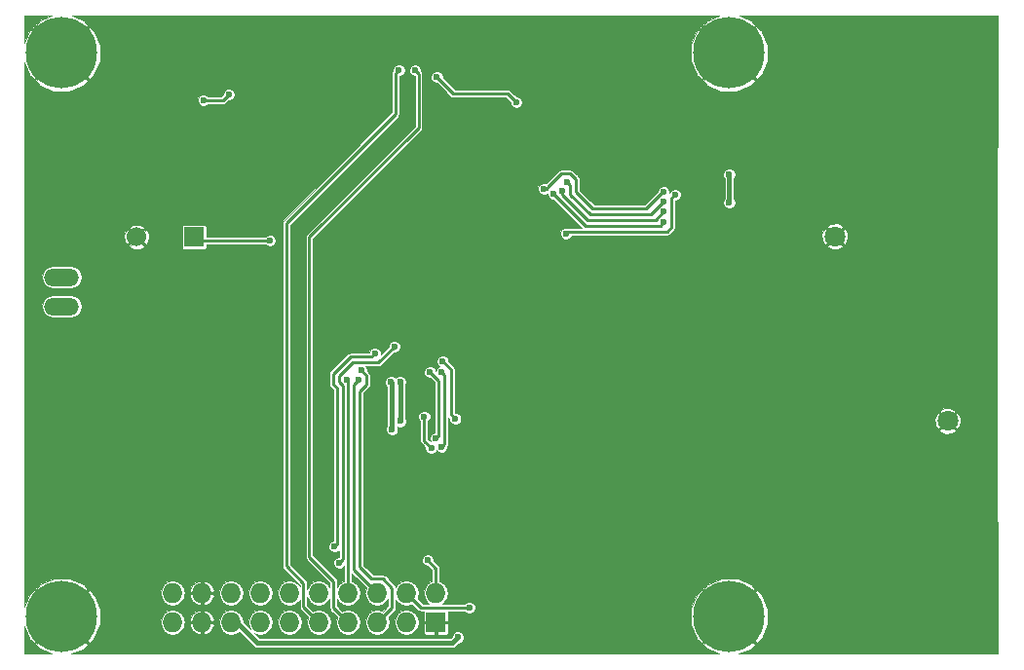
<source format=gbl>
G04 #@! TF.FileFunction,Copper,L2,Bot,Signal*
%FSLAX46Y46*%
G04 Gerber Fmt 4.6, Leading zero omitted, Abs format (unit mm)*
G04 Created by KiCad (PCBNEW 4.0.0-rc1-stable) date 11/3/2015 9:26:12 AM*
%MOMM*%
G01*
G04 APERTURE LIST*
%ADD10C,0.100000*%
%ADD11R,1.727200X1.727200*%
%ADD12O,1.727200X1.727200*%
%ADD13O,3.014980X1.506220*%
%ADD14R,5.000000X11.500000*%
%ADD15C,1.800000*%
%ADD16C,1.700000*%
%ADD17R,1.700000X1.700000*%
%ADD18C,6.200000*%
%ADD19C,0.600000*%
%ADD20C,0.250000*%
%ADD21C,0.400000*%
%ADD22C,0.220000*%
%ADD23C,0.030000*%
G04 APERTURE END LIST*
D10*
D11*
X149500000Y-135500000D03*
D12*
X149500000Y-132960000D03*
X146960000Y-135500000D03*
X146960000Y-132960000D03*
X144420000Y-135500000D03*
X144420000Y-132960000D03*
X141880000Y-135500000D03*
X141880000Y-132960000D03*
X139340000Y-135500000D03*
X139340000Y-132960000D03*
X136800000Y-135500000D03*
X136800000Y-132960000D03*
X134260000Y-135500000D03*
X134260000Y-132960000D03*
X131720000Y-135500000D03*
X131720000Y-132960000D03*
X129180000Y-135500000D03*
X129180000Y-132960000D03*
X126640000Y-135500000D03*
X126640000Y-132960000D03*
D13*
X117000000Y-105480000D03*
X117000000Y-108020000D03*
D14*
X196000000Y-132500000D03*
X196000000Y-88500000D03*
D15*
X193970000Y-117990000D03*
X184170000Y-101940000D03*
D16*
X123500000Y-102000000D03*
D17*
X128500000Y-102000000D03*
D18*
X117000000Y-135000000D03*
X117000000Y-86000000D03*
X175000000Y-86000000D03*
X175000000Y-135000000D03*
D19*
X114600000Y-129000000D03*
X114600000Y-121300000D03*
X160000000Y-112400000D03*
X133500000Y-118000000D03*
X133500000Y-117000000D03*
X133500000Y-114000000D03*
X133500000Y-111500000D03*
X161700000Y-87200000D03*
X183500000Y-96600000D03*
X185200000Y-94900000D03*
X174400000Y-100200000D03*
X143700000Y-118700000D03*
X141100000Y-131300000D03*
X150400000Y-87400000D03*
X139500000Y-124500000D03*
X139500000Y-126000000D03*
X139500000Y-127500000D03*
X139500000Y-119100000D03*
X135500000Y-122500000D03*
X135500000Y-124500000D03*
X154500000Y-87400000D03*
X167600000Y-87200000D03*
X166000000Y-102500000D03*
X166000000Y-98500000D03*
X142000000Y-94000000D03*
X141000000Y-95000000D03*
X143000000Y-93000000D03*
X133000000Y-84000000D03*
X127000000Y-84000000D03*
X137500000Y-85000000D03*
X142500000Y-90000000D03*
X137500000Y-90000000D03*
X137500000Y-95000000D03*
X135500000Y-119500000D03*
X135500000Y-121000000D03*
X135500000Y-126000000D03*
X135500000Y-127500000D03*
X135500000Y-129000000D03*
X135500000Y-107500000D03*
X135500000Y-109000000D03*
X135500000Y-110500000D03*
X135500000Y-112000000D03*
X135500000Y-113500000D03*
X140000000Y-96000000D03*
X139000000Y-97000000D03*
X138000000Y-98000000D03*
X137000000Y-99000000D03*
X136000000Y-100000000D03*
X135500000Y-106000000D03*
X135500000Y-104500000D03*
X135500000Y-103000000D03*
X135500000Y-101500000D03*
X135500000Y-118000000D03*
X135500000Y-116500000D03*
X135500000Y-115000000D03*
X144000000Y-92000000D03*
X145000000Y-90500000D03*
X145000000Y-89000000D03*
X139500000Y-113500000D03*
X139500000Y-112000000D03*
X139500000Y-110500000D03*
X139500000Y-109000000D03*
X139500000Y-107500000D03*
X139500000Y-106000000D03*
X139500000Y-104500000D03*
X139400000Y-114900000D03*
X149000000Y-89000000D03*
X149000000Y-90500000D03*
X149000000Y-92000000D03*
X148500000Y-93500000D03*
X147500000Y-94500000D03*
X146500000Y-95500000D03*
X145500000Y-96500000D03*
X144500000Y-97500000D03*
X143500000Y-98500000D03*
X142500000Y-99500000D03*
X141500000Y-100500000D03*
X140500000Y-101500000D03*
X139500000Y-103000000D03*
X139500000Y-117600000D03*
X137500000Y-103000000D03*
X137500000Y-104500000D03*
X137500000Y-106000000D03*
X137500000Y-107500000D03*
X137500000Y-109000000D03*
X137500000Y-110500000D03*
X137500000Y-112000000D03*
X137503543Y-113495217D03*
X137500000Y-115000000D03*
X137500000Y-116500000D03*
X137500000Y-118000000D03*
X137500000Y-119500000D03*
X137500000Y-121000000D03*
X137500000Y-122500000D03*
X137500000Y-129000000D03*
X137500000Y-127500000D03*
X137500000Y-126000000D03*
X137500000Y-124500000D03*
X147000000Y-89500000D03*
X147000000Y-91000000D03*
X146500000Y-92500000D03*
X145500000Y-93500000D03*
X144500000Y-94500000D03*
X143500000Y-95500000D03*
X142500000Y-96500000D03*
X141500000Y-97500000D03*
X140500000Y-98500000D03*
X139500000Y-99500000D03*
X138500000Y-100500000D03*
X147000000Y-88400000D03*
X137500000Y-101500000D03*
X145000000Y-87300000D03*
X192100000Y-94900000D03*
X189800000Y-94900000D03*
X187400000Y-94900000D03*
X114700000Y-106800000D03*
X114600000Y-114000000D03*
X119000000Y-121500000D03*
X122200000Y-127000000D03*
X122200000Y-123900000D03*
X122200000Y-121700000D03*
X170800000Y-115700000D03*
X120000000Y-102500000D03*
X115000000Y-102500000D03*
X115000000Y-97500000D03*
X120000000Y-97500000D03*
X125000000Y-97500000D03*
X130000000Y-97500000D03*
X120000000Y-92500000D03*
X115000000Y-92500000D03*
X123180000Y-87940000D03*
X157500000Y-110000000D03*
X152500000Y-110000000D03*
X147500000Y-110000000D03*
X147500000Y-105000000D03*
X152500000Y-105000000D03*
X157500000Y-105000000D03*
X153500000Y-94750000D03*
X157750000Y-94750000D03*
X163000000Y-94500000D03*
X163000000Y-93500000D03*
X162500000Y-92500000D03*
X163000000Y-91500000D03*
X163000000Y-90500000D03*
X164000000Y-90500000D03*
X190000000Y-83500000D03*
X185000000Y-83500000D03*
X180000000Y-83500000D03*
X170000000Y-83500000D03*
X165000000Y-83500000D03*
X155500000Y-127500000D03*
X155500000Y-123500000D03*
X178500000Y-112500000D03*
X180200000Y-98600000D03*
X182850000Y-98600000D03*
X177500000Y-97500000D03*
X197600000Y-96100000D03*
X196400000Y-95100000D03*
X194800000Y-95100000D03*
X193200000Y-95100000D03*
X192600000Y-93600000D03*
X192600000Y-92000000D03*
X192600000Y-90400000D03*
X180300000Y-95100000D03*
X182000000Y-94400000D03*
X182900000Y-93100000D03*
X183300000Y-91900000D03*
X184800000Y-91700000D03*
X186400000Y-91700000D03*
X188000000Y-91700000D03*
X189600000Y-91600000D03*
X188600000Y-90400000D03*
X187000000Y-90400000D03*
X185400000Y-90400000D03*
X183800000Y-90400000D03*
X182300000Y-91000000D03*
X181200000Y-92200000D03*
X180000000Y-93300000D03*
X178600000Y-94000000D03*
X177100000Y-94400000D03*
X175500000Y-94400000D03*
X173900000Y-94400000D03*
X172300000Y-94400000D03*
X170700000Y-94400000D03*
X169100000Y-94400000D03*
X167500000Y-94400000D03*
X165900000Y-94400000D03*
X192600000Y-83900000D03*
X192600000Y-85500000D03*
X191700000Y-86600000D03*
X190100000Y-86600000D03*
X188500000Y-86600000D03*
X186900000Y-86600000D03*
X185300000Y-86600000D03*
X183700000Y-86600000D03*
X182100000Y-86900000D03*
X180600000Y-87500000D03*
X179400000Y-88500000D03*
X178300000Y-89600000D03*
X177000000Y-90500000D03*
X175400000Y-90600000D03*
X173800000Y-90600000D03*
X172200000Y-90600000D03*
X170600000Y-90600000D03*
X169000000Y-90600000D03*
X167400000Y-90600000D03*
X165800000Y-90600000D03*
X162500000Y-115000000D03*
X167500000Y-117500000D03*
X172500000Y-120000000D03*
X187500000Y-127500000D03*
X192500000Y-122500000D03*
X187500000Y-122500000D03*
X182500000Y-122500000D03*
X177500000Y-122500000D03*
X177500000Y-117500000D03*
X182500000Y-117500000D03*
X182500000Y-112500000D03*
X178500000Y-107500000D03*
X177500000Y-102500000D03*
X182500000Y-102500000D03*
X182500000Y-107500000D03*
X187500000Y-97500000D03*
X187500000Y-102500000D03*
X187500000Y-107500000D03*
X187500000Y-112500000D03*
X187500000Y-117500000D03*
X192500000Y-112500000D03*
X192500000Y-107500000D03*
X192500000Y-102500000D03*
X197500000Y-102500000D03*
X197500000Y-107500000D03*
X197500000Y-112500000D03*
X197500000Y-117500000D03*
X197500000Y-122500000D03*
X160000000Y-127500000D03*
X165000000Y-127500000D03*
X165000000Y-132500000D03*
X160000000Y-132500000D03*
X155000000Y-132500000D03*
X155000000Y-137500000D03*
X160000000Y-137500000D03*
X165000000Y-137500000D03*
X170000000Y-137500000D03*
X170000000Y-132500000D03*
X180000000Y-132500000D03*
X180000000Y-137500000D03*
X185000000Y-137500000D03*
X190000000Y-137500000D03*
X181350000Y-131100000D03*
X184350000Y-132250000D03*
X182850000Y-131650000D03*
X187350000Y-133400000D03*
X188850000Y-133950000D03*
X190450000Y-134300000D03*
X185850000Y-132800000D03*
X155500000Y-117700000D03*
X155700000Y-119050000D03*
X156350000Y-120500000D03*
X157450000Y-121700000D03*
X158850000Y-122500000D03*
X160350000Y-123100000D03*
X161850000Y-123650000D03*
X163350000Y-124200000D03*
X164850000Y-124800000D03*
X166350000Y-125350000D03*
X167850000Y-125950000D03*
X169350000Y-126550000D03*
X170850000Y-127100000D03*
X172350000Y-127700000D03*
X173850000Y-128250000D03*
X175350000Y-128800000D03*
X176850000Y-129350000D03*
X178350000Y-129950000D03*
X179850000Y-130500000D03*
X192050000Y-134350000D03*
X192700000Y-135800000D03*
X192700000Y-137400000D03*
X188900000Y-129950000D03*
X176900000Y-125400000D03*
X178400000Y-125950000D03*
X179900000Y-126550000D03*
X181400000Y-127100000D03*
X182900000Y-127700000D03*
X184400000Y-128250000D03*
X185900000Y-128850000D03*
X187400000Y-129400000D03*
X173900000Y-124250000D03*
X172400000Y-123650000D03*
X170900000Y-123100000D03*
X169400000Y-122500000D03*
X167900000Y-121950000D03*
X166400000Y-121400000D03*
X164900000Y-120800000D03*
X163400000Y-120250000D03*
X161900000Y-119650000D03*
X160400000Y-119100000D03*
X159300000Y-117900000D03*
X175400000Y-124800000D03*
X197450000Y-125900000D03*
X195850000Y-125900000D03*
X194250000Y-125900000D03*
X192650000Y-125900000D03*
X192650000Y-127500000D03*
X192650000Y-129100000D03*
X192050000Y-130600000D03*
X190450000Y-130450000D03*
X159500000Y-116800000D03*
X159500000Y-115800000D03*
X159500000Y-114800000D03*
X158500000Y-114800000D03*
X157500000Y-114250000D03*
X156500000Y-114800000D03*
X155500000Y-114800000D03*
X174300000Y-107700000D03*
X169200000Y-102600000D03*
X169200000Y-107100000D03*
X166700000Y-114100000D03*
X168000000Y-116200000D03*
X169200000Y-114100000D03*
X174600000Y-115200000D03*
X129500000Y-84900000D03*
X129500000Y-89200000D03*
X161900000Y-108200000D03*
X161900000Y-107000000D03*
X162000000Y-105700000D03*
X162800000Y-106500000D03*
X162800000Y-107500000D03*
X166600000Y-106000000D03*
X166600000Y-107000000D03*
X165700000Y-106500000D03*
X165700000Y-107500000D03*
X162800000Y-110500000D03*
X162700000Y-111500000D03*
X163700000Y-111500000D03*
X164700000Y-111500000D03*
X165700000Y-111500000D03*
X165700000Y-110500000D03*
X132200000Y-107500000D03*
X157500000Y-98000000D03*
X150500000Y-98000000D03*
X158000000Y-91000000D03*
X158000000Y-89500000D03*
X158000000Y-88000000D03*
X150200000Y-128100000D03*
X144300000Y-114500000D03*
X143700000Y-117700000D03*
X146400000Y-121000000D03*
X121200000Y-119500000D03*
X121200000Y-117700000D03*
X121200000Y-115900000D03*
X121200000Y-113900000D03*
X146000000Y-126700000D03*
X144400000Y-129300000D03*
X132500000Y-126700000D03*
X134000000Y-130000000D03*
X158900000Y-97800000D03*
X169300000Y-98100000D03*
X131500000Y-89600000D03*
X129300000Y-90100000D03*
X135100000Y-102300000D03*
X145600000Y-114600000D03*
X145700000Y-118700000D03*
X175000000Y-96550000D03*
X175000000Y-99000000D03*
X146400000Y-118000000D03*
X146400000Y-114600000D03*
X159700000Y-98200000D03*
X169300000Y-100700000D03*
X169300000Y-99800000D03*
X160500000Y-98000000D03*
X169300000Y-98900000D03*
X160900000Y-97200000D03*
X150000000Y-120250000D03*
X150000000Y-113750000D03*
X149500000Y-119500000D03*
X149000000Y-113750000D03*
X151400000Y-136800000D03*
X150100000Y-112800000D03*
X151200000Y-117800000D03*
X160800000Y-101700000D03*
X170300000Y-98300000D03*
X152400000Y-134200000D03*
X143000000Y-113600000D03*
X156500000Y-90300000D03*
X149600000Y-88100000D03*
X142800000Y-114400000D03*
X147700000Y-87500000D03*
X141800000Y-114400000D03*
X146300000Y-87500000D03*
X145900000Y-111500000D03*
X141100000Y-130300000D03*
X140700000Y-128900000D03*
X144200000Y-112100000D03*
X148800000Y-130100000D03*
X149100000Y-120300000D03*
X148500000Y-117600000D03*
D20*
X114600000Y-121300000D02*
X114600000Y-129000000D01*
X160000000Y-112800000D02*
X160300000Y-113100000D01*
X160000000Y-112400000D02*
X160000000Y-112800000D01*
X133500000Y-117000000D02*
X133500000Y-118000000D01*
X133500000Y-111500000D02*
X133500000Y-114000000D01*
X167600000Y-87200000D02*
X161700000Y-87200000D01*
X187400000Y-94900000D02*
X185200000Y-94900000D01*
X183600000Y-96700000D02*
X183600000Y-97200000D01*
X183500000Y-96600000D02*
X183600000Y-96700000D01*
X174500000Y-100300000D02*
X174900000Y-100300000D01*
X174400000Y-100200000D02*
X174500000Y-100300000D01*
X143800000Y-118800000D02*
X144400000Y-118800000D01*
X143700000Y-118700000D02*
X143800000Y-118800000D01*
X139500000Y-127500000D02*
X139500000Y-129700000D01*
X139500000Y-129700000D02*
X141100000Y-131300000D01*
X150400000Y-87400000D02*
X151000000Y-87400000D01*
X139500000Y-124500000D02*
X139500000Y-123500000D01*
X139500000Y-127500000D02*
X139500000Y-126000000D01*
X139500000Y-117600000D02*
X139500000Y-119100000D01*
X147000000Y-88400000D02*
X147000000Y-84700000D01*
X147000000Y-84700000D02*
X146200000Y-84700000D01*
X146200000Y-84700000D02*
X145700000Y-84700000D01*
X145700000Y-84700000D02*
X145500000Y-84900000D01*
X145500000Y-84900000D02*
X145000000Y-87300000D01*
X135500000Y-101500000D02*
X135900000Y-101900000D01*
X135900000Y-101900000D02*
X135900000Y-102600000D01*
X135900000Y-102600000D02*
X135500000Y-103000000D01*
X140500000Y-101500000D02*
X139500000Y-102500000D01*
X139500000Y-102500000D02*
X139500000Y-103000000D01*
X137500000Y-101500000D02*
X137500000Y-103000000D01*
X137500000Y-122500000D02*
X137500000Y-124500000D01*
X135500000Y-122500000D02*
X135500000Y-124500000D01*
X135500000Y-124500000D02*
X135500000Y-126000000D01*
X135500000Y-121000000D02*
X135500000Y-122500000D01*
X154500000Y-87400000D02*
X154500000Y-87600000D01*
X165000000Y-83500000D02*
X165000000Y-84600000D01*
X165000000Y-84600000D02*
X167600000Y-87200000D01*
X166000000Y-98500000D02*
X166000000Y-97900000D01*
X141000000Y-95000000D02*
X141000000Y-94000000D01*
X142000000Y-94000000D02*
X141000000Y-94000000D01*
X143000000Y-93000000D02*
X142000000Y-93000000D01*
X137500000Y-85000000D02*
X136500000Y-84000000D01*
X136500000Y-84000000D02*
X133000000Y-84000000D01*
X127000000Y-84000000D02*
X125000000Y-84000000D01*
X125000000Y-84000000D02*
X123000000Y-86000000D01*
X142500000Y-90000000D02*
X137500000Y-85000000D01*
X137500000Y-95000000D02*
X137500000Y-90000000D01*
X135500000Y-119000000D02*
X135500000Y-119500000D01*
X135500000Y-127500000D02*
X135500000Y-129000000D01*
X135500000Y-109000000D02*
X135500000Y-110500000D01*
X135500000Y-112000000D02*
X135500000Y-113500000D01*
X136000000Y-100000000D02*
X135500000Y-101500000D01*
X140000000Y-96000000D02*
X139000000Y-97000000D01*
X138000000Y-98000000D02*
X137000000Y-99000000D01*
X135500000Y-103000000D02*
X135500000Y-104500000D01*
X135500000Y-106000000D02*
X135500000Y-107500000D01*
X135500000Y-115000000D02*
X135500000Y-116500000D01*
X135500000Y-118000000D02*
X135500000Y-119000000D01*
X144000000Y-92000000D02*
X143000000Y-93000000D01*
X145000000Y-89000000D02*
X145000000Y-90500000D01*
X139400000Y-114900000D02*
X139500000Y-114800000D01*
X139500000Y-114800000D02*
X139500000Y-113500000D01*
X139500000Y-112000000D02*
X139500000Y-110500000D01*
X139500000Y-109000000D02*
X139500000Y-107500000D01*
X139500000Y-106000000D02*
X139500000Y-104500000D01*
X149000000Y-90500000D02*
X149000000Y-89000000D01*
X149000000Y-93000000D02*
X149000000Y-92000000D01*
X148500000Y-93500000D02*
X149000000Y-93000000D01*
X146500000Y-95500000D02*
X147500000Y-94500000D01*
X144500000Y-97500000D02*
X145500000Y-96500000D01*
X142500000Y-99500000D02*
X143500000Y-98500000D01*
X140500000Y-101500000D02*
X141500000Y-100500000D01*
X139500000Y-103000000D02*
X140000000Y-103500000D01*
X139500000Y-117600000D02*
X139500000Y-118400000D01*
X137500000Y-127500000D02*
X137600000Y-127400000D01*
X137500000Y-103000000D02*
X137500000Y-104500000D01*
X137500000Y-106000000D02*
X137500000Y-107500000D01*
X137500000Y-109000000D02*
X137500000Y-110500000D01*
X137500000Y-112000000D02*
X137503543Y-112003543D01*
X137503543Y-112003543D02*
X137503543Y-113495217D01*
X137500000Y-115000000D02*
X137500000Y-116500000D01*
X137500000Y-118000000D02*
X137500000Y-119500000D01*
X137500000Y-121000000D02*
X137500000Y-122500000D01*
X137500000Y-127500000D02*
X137500000Y-129000000D01*
X137500000Y-124500000D02*
X137500000Y-126000000D01*
X147000000Y-89500000D02*
X147000000Y-91000000D01*
X146500000Y-92500000D02*
X145500000Y-93500000D01*
X144500000Y-94500000D02*
X143500000Y-95500000D01*
X142500000Y-96500000D02*
X141500000Y-97500000D01*
X140500000Y-98500000D02*
X139500000Y-99500000D01*
X137500000Y-101500000D02*
X138500000Y-100500000D01*
X145000000Y-87300000D02*
X145000000Y-87400000D01*
X187400000Y-94900000D02*
X187100000Y-94900000D01*
X114700000Y-106800000D02*
X114700000Y-113900000D01*
X114700000Y-113900000D02*
X114600000Y-114000000D01*
X118800000Y-121500000D02*
X119000000Y-121500000D01*
X122200000Y-127000000D02*
X122200000Y-123900000D01*
X122200000Y-121700000D02*
X122200000Y-121400000D01*
X170800000Y-115700000D02*
X170800000Y-115400000D01*
X120000000Y-102500000D02*
X115000000Y-102500000D01*
X115000000Y-97500000D02*
X120000000Y-97500000D01*
X125000000Y-97500000D02*
X130000000Y-97500000D01*
X120000000Y-92500000D02*
X115000000Y-92500000D01*
X123180000Y-87940000D02*
X122500000Y-85000000D01*
X162800000Y-107500000D02*
X160300000Y-110000000D01*
X160300000Y-110000000D02*
X157500000Y-110000000D01*
X152500000Y-110000000D02*
X147500000Y-110000000D01*
X147500000Y-105000000D02*
X152500000Y-105000000D01*
X158000000Y-91000000D02*
X154250000Y-94750000D01*
X154250000Y-94750000D02*
X153500000Y-94750000D01*
X157750000Y-94750000D02*
X157750000Y-94500000D01*
X157750000Y-94500000D02*
X158000000Y-94250000D01*
X163000000Y-94500000D02*
X163000000Y-93500000D01*
X162500000Y-92500000D02*
X162500000Y-92000000D01*
X162500000Y-92000000D02*
X163000000Y-91500000D01*
X163000000Y-90500000D02*
X164000000Y-90500000D01*
X190000000Y-83500000D02*
X185000000Y-83500000D01*
X170000000Y-83500000D02*
X165000000Y-83500000D01*
X155500000Y-127500000D02*
X155500000Y-123500000D01*
X192500000Y-112500000D02*
X187500000Y-112500000D01*
X178500000Y-112500000D02*
X179500000Y-112500000D01*
X180200000Y-98600000D02*
X180200000Y-98300000D01*
X183000000Y-98450000D02*
X183000000Y-98350000D01*
X182850000Y-98600000D02*
X183000000Y-98450000D01*
X177500000Y-97500000D02*
X178150000Y-97500000D01*
X197500000Y-96200000D02*
X197000000Y-96200000D01*
X197600000Y-96100000D02*
X197500000Y-96200000D01*
X194800000Y-95100000D02*
X196400000Y-95100000D01*
X193200000Y-94200000D02*
X193200000Y-95100000D01*
X192600000Y-93600000D02*
X193200000Y-94200000D01*
X192600000Y-90400000D02*
X192600000Y-92000000D01*
X181300000Y-95100000D02*
X180300000Y-95100000D01*
X182000000Y-94400000D02*
X181300000Y-95100000D01*
X182900000Y-92300000D02*
X182900000Y-93100000D01*
X183300000Y-91900000D02*
X182900000Y-92300000D01*
X186400000Y-91700000D02*
X184800000Y-91700000D01*
X188100000Y-91600000D02*
X188000000Y-91700000D01*
X189600000Y-91600000D02*
X188100000Y-91600000D01*
X187000000Y-90400000D02*
X188600000Y-90400000D01*
X183800000Y-90400000D02*
X185400000Y-90400000D01*
X181200000Y-92100000D02*
X182300000Y-91000000D01*
X181200000Y-92200000D02*
X181200000Y-92100000D01*
X179300000Y-94000000D02*
X180000000Y-93300000D01*
X178600000Y-94000000D02*
X179300000Y-94000000D01*
X175500000Y-94400000D02*
X177100000Y-94400000D01*
X172300000Y-94400000D02*
X173900000Y-94400000D01*
X169100000Y-94400000D02*
X170700000Y-94400000D01*
X165900000Y-94400000D02*
X167500000Y-94400000D01*
X192600000Y-85500000D02*
X192600000Y-83900000D01*
X190100000Y-86600000D02*
X191700000Y-86600000D01*
X186900000Y-86600000D02*
X188500000Y-86600000D01*
X183700000Y-86600000D02*
X185300000Y-86600000D01*
X181200000Y-86900000D02*
X182100000Y-86900000D01*
X180600000Y-87500000D02*
X181200000Y-86900000D01*
X178300000Y-89600000D02*
X179400000Y-88500000D01*
X175500000Y-90500000D02*
X177000000Y-90500000D01*
X175400000Y-90600000D02*
X175500000Y-90500000D01*
X172200000Y-90600000D02*
X173800000Y-90600000D01*
X169000000Y-90600000D02*
X170600000Y-90600000D01*
X165800000Y-90600000D02*
X167400000Y-90600000D01*
X177500000Y-120000000D02*
X172500000Y-120000000D01*
X165000000Y-117500000D02*
X162500000Y-115000000D01*
X167500000Y-117500000D02*
X165000000Y-117500000D01*
X192500000Y-122500000D02*
X187500000Y-127500000D01*
X182500000Y-122500000D02*
X187500000Y-122500000D01*
X177500000Y-117500000D02*
X177500000Y-120000000D01*
X177500000Y-120000000D02*
X177500000Y-122500000D01*
X182500000Y-112500000D02*
X182500000Y-117500000D01*
X180000000Y-105000000D02*
X178500000Y-107500000D01*
X177500000Y-102500000D02*
X180000000Y-105000000D01*
X182500000Y-107500000D02*
X182500000Y-102500000D01*
X187500000Y-102500000D02*
X187500000Y-97500000D01*
X187500000Y-112500000D02*
X187500000Y-107500000D01*
X190000000Y-117500000D02*
X187500000Y-117500000D01*
X192500000Y-115000000D02*
X190000000Y-117500000D01*
X192500000Y-107500000D02*
X192500000Y-112500000D01*
X197500000Y-102500000D02*
X192500000Y-102500000D01*
X197500000Y-112500000D02*
X197500000Y-107500000D01*
X197500000Y-122500000D02*
X197500000Y-117500000D01*
X165000000Y-127500000D02*
X160000000Y-127500000D01*
X160000000Y-132500000D02*
X165000000Y-132500000D01*
X155000000Y-137500000D02*
X155000000Y-132500000D01*
X165000000Y-137500000D02*
X160000000Y-137500000D01*
X170000000Y-132500000D02*
X170000000Y-137500000D01*
X180000000Y-137500000D02*
X180000000Y-132500000D01*
X190000000Y-137500000D02*
X185000000Y-137500000D01*
X185850000Y-132800000D02*
X184900000Y-132800000D01*
X184900000Y-132800000D02*
X184350000Y-132250000D01*
X182850000Y-131650000D02*
X181900000Y-131650000D01*
X181900000Y-131650000D02*
X181350000Y-131100000D01*
X192050000Y-134350000D02*
X192000000Y-134300000D01*
X187900000Y-133950000D02*
X187350000Y-133400000D01*
X188850000Y-133950000D02*
X187900000Y-133950000D01*
X192000000Y-134300000D02*
X190450000Y-134300000D01*
X155500000Y-117700000D02*
X155500000Y-117000000D01*
X155700000Y-119850000D02*
X155700000Y-119050000D01*
X156350000Y-120500000D02*
X155700000Y-119850000D01*
X158250000Y-122500000D02*
X157450000Y-121700000D01*
X158850000Y-122500000D02*
X158250000Y-122500000D01*
X160900000Y-123650000D02*
X160350000Y-123100000D01*
X161850000Y-123650000D02*
X160900000Y-123650000D01*
X163950000Y-124800000D02*
X163350000Y-124200000D01*
X164850000Y-124800000D02*
X163950000Y-124800000D01*
X166950000Y-125950000D02*
X166350000Y-125350000D01*
X167850000Y-125950000D02*
X166950000Y-125950000D01*
X169900000Y-127100000D02*
X169350000Y-126550000D01*
X170850000Y-127100000D02*
X169900000Y-127100000D01*
X172900000Y-128250000D02*
X172350000Y-127700000D01*
X173850000Y-128250000D02*
X172900000Y-128250000D01*
X175900000Y-129350000D02*
X175350000Y-128800000D01*
X176850000Y-129350000D02*
X175900000Y-129350000D01*
X178900000Y-130500000D02*
X178350000Y-129950000D01*
X179850000Y-130500000D02*
X178900000Y-130500000D01*
X192700000Y-135000000D02*
X192700000Y-135800000D01*
X192050000Y-134350000D02*
X192700000Y-135000000D01*
X192700000Y-137400000D02*
X192400000Y-137400000D01*
X176900000Y-125400000D02*
X177850000Y-125400000D01*
X177850000Y-125400000D02*
X178400000Y-125950000D01*
X179900000Y-126550000D02*
X180850000Y-126550000D01*
X180850000Y-126550000D02*
X181400000Y-127100000D01*
X182900000Y-127700000D02*
X183850000Y-127700000D01*
X183850000Y-127700000D02*
X184400000Y-128250000D01*
X185900000Y-128850000D02*
X186850000Y-128850000D01*
X186850000Y-128850000D02*
X187400000Y-129400000D01*
X174850000Y-124250000D02*
X175400000Y-124800000D01*
X173900000Y-124250000D02*
X174850000Y-124250000D01*
X171850000Y-123100000D02*
X172400000Y-123650000D01*
X170900000Y-123100000D02*
X171850000Y-123100000D01*
X168850000Y-121950000D02*
X169400000Y-122500000D01*
X167900000Y-121950000D02*
X168850000Y-121950000D01*
X165800000Y-120800000D02*
X166400000Y-121400000D01*
X164900000Y-120800000D02*
X165800000Y-120800000D01*
X162800000Y-119650000D02*
X163400000Y-120250000D01*
X161900000Y-119650000D02*
X162800000Y-119650000D01*
X159300000Y-118000000D02*
X160400000Y-119100000D01*
X159300000Y-117900000D02*
X159300000Y-118000000D01*
X197450000Y-125900000D02*
X197450000Y-125700000D01*
X194250000Y-125900000D02*
X195850000Y-125900000D01*
X192650000Y-126500000D02*
X192650000Y-125900000D01*
X192650000Y-127500000D02*
X192650000Y-126500000D01*
X192050000Y-129700000D02*
X192650000Y-129100000D01*
X192050000Y-130600000D02*
X192050000Y-129700000D01*
X189950000Y-129950000D02*
X190450000Y-130450000D01*
X188900000Y-129950000D02*
X189950000Y-129950000D01*
X159500000Y-116800000D02*
X159000000Y-117300000D01*
X159500000Y-114800000D02*
X159500000Y-115800000D01*
X157500000Y-114250000D02*
X158500000Y-114800000D01*
X155500000Y-114800000D02*
X156500000Y-114800000D01*
X174300000Y-106000000D02*
X174300000Y-107700000D01*
X173800000Y-105500000D02*
X174300000Y-106000000D01*
X172100000Y-105500000D02*
X173800000Y-105500000D01*
X169200000Y-102600000D02*
X172100000Y-105500000D01*
X166700000Y-114100000D02*
X166500000Y-114100000D01*
X169200000Y-114100000D02*
X169300000Y-114100000D01*
X175300000Y-114500000D02*
X175400000Y-114500000D01*
X174600000Y-115200000D02*
X175300000Y-114500000D01*
X129500000Y-84900000D02*
X129600000Y-84900000D01*
X129500000Y-89200000D02*
X129700000Y-89200000D01*
X161900000Y-108200000D02*
X161700000Y-108200000D01*
X161900000Y-105800000D02*
X161900000Y-107000000D01*
X162000000Y-105700000D02*
X161900000Y-105800000D01*
X162800000Y-107500000D02*
X162800000Y-106500000D01*
X166600000Y-107000000D02*
X166600000Y-106000000D01*
X165700000Y-107500000D02*
X165700000Y-106500000D01*
X162800000Y-111400000D02*
X162800000Y-110500000D01*
X162700000Y-111500000D02*
X162800000Y-111400000D01*
X164700000Y-111500000D02*
X163700000Y-111500000D01*
X165700000Y-110500000D02*
X165700000Y-111500000D01*
X132200000Y-107500000D02*
X132000000Y-106900000D01*
X157500000Y-98000000D02*
X157500000Y-96500000D01*
X151000000Y-98000000D02*
X150500000Y-98000000D01*
X158000000Y-91000000D02*
X151000000Y-98000000D01*
X158000000Y-88000000D02*
X158000000Y-89500000D01*
X143700000Y-117700000D02*
X144300000Y-117900000D01*
X144300000Y-117900000D02*
X144300000Y-114500000D01*
X146400000Y-121000000D02*
X144000000Y-118600000D01*
X144000000Y-118600000D02*
X143700000Y-117700000D01*
X146000000Y-126700000D02*
X146400000Y-125400000D01*
X146400000Y-125400000D02*
X146400000Y-121000000D01*
X121200000Y-119500000D02*
X121200000Y-117700000D01*
X121200000Y-115900000D02*
X121200000Y-113900000D01*
X147000000Y-127400000D02*
X146000000Y-126700000D01*
X144400000Y-129300000D02*
X147000000Y-127400000D01*
X132500000Y-128500000D02*
X132500000Y-126700000D01*
X134000000Y-130000000D02*
X132500000Y-128500000D01*
X160900000Y-96500000D02*
X160400000Y-96500000D01*
X160400000Y-96500000D02*
X159300000Y-97600000D01*
X158900000Y-97800000D02*
X159100000Y-97800000D01*
X159100000Y-97800000D02*
X159300000Y-97600000D01*
X169300000Y-98100000D02*
X169200000Y-98100000D01*
X161700000Y-97000000D02*
X161200000Y-96500000D01*
X161200000Y-96500000D02*
X160900000Y-96500000D01*
X169200000Y-98100000D02*
X167800000Y-99500000D01*
X167800000Y-99500000D02*
X163100000Y-99500000D01*
X163100000Y-99500000D02*
X161700000Y-98100000D01*
X161700000Y-98100000D02*
X161700000Y-97000000D01*
X131000000Y-90100000D02*
X131500000Y-89600000D01*
X129300000Y-90100000D02*
X131000000Y-90100000D01*
X135100000Y-102300000D02*
X128800000Y-102300000D01*
X128800000Y-102300000D02*
X128500000Y-102000000D01*
X128750000Y-102250000D02*
X128500000Y-102000000D01*
D21*
X145600000Y-114600000D02*
X145700000Y-114700000D01*
X145700000Y-114700000D02*
X145700000Y-118700000D01*
X175000000Y-99000000D02*
X175000000Y-96550000D01*
X146400000Y-118000000D02*
X146400000Y-114600000D01*
D20*
X169300000Y-100700000D02*
X169000000Y-101000000D01*
X162500000Y-101000000D02*
X162200000Y-100700000D01*
X169000000Y-101000000D02*
X162500000Y-101000000D01*
X162200000Y-100700000D02*
X159700000Y-98200000D01*
X163700000Y-100500000D02*
X162700000Y-100500000D01*
X160500000Y-98300000D02*
X160500000Y-98000000D01*
X162700000Y-100500000D02*
X160500000Y-98300000D01*
X169300000Y-99800000D02*
X168600000Y-100500000D01*
X168600000Y-100500000D02*
X163700000Y-100500000D01*
X169300000Y-98900000D02*
X168200000Y-100000000D01*
X161200000Y-98300000D02*
X161200000Y-97500000D01*
X162900000Y-100000000D02*
X161200000Y-98300000D01*
X168200000Y-100000000D02*
X162900000Y-100000000D01*
X161200000Y-97500000D02*
X160900000Y-97200000D01*
X150000000Y-113750000D02*
X150250000Y-114000000D01*
X150250000Y-114000000D02*
X150250000Y-119250000D01*
X150250000Y-119250000D02*
X150250000Y-120000000D01*
X150250000Y-120000000D02*
X150000000Y-120250000D01*
X149000000Y-113750000D02*
X149700000Y-114450000D01*
X149700000Y-119300000D02*
X149500000Y-119500000D01*
X149700000Y-114450000D02*
X149700000Y-119300000D01*
D21*
X150900000Y-137300000D02*
X150400000Y-137300000D01*
X151400000Y-136800000D02*
X150900000Y-137300000D01*
X134000000Y-137300000D02*
X150400000Y-137300000D01*
X132200000Y-135500000D02*
X134000000Y-137300000D01*
X131720000Y-135500000D02*
X132200000Y-135500000D01*
D20*
X169000000Y-101500000D02*
X161000000Y-101500000D01*
X161000000Y-101500000D02*
X160800000Y-101700000D01*
X150800000Y-113500000D02*
X150100000Y-112800000D01*
X150800000Y-117400000D02*
X150800000Y-113500000D01*
X151200000Y-117800000D02*
X150800000Y-117400000D01*
X169600000Y-101500000D02*
X169000000Y-101500000D01*
X170000000Y-101100000D02*
X169600000Y-101500000D01*
X170000000Y-98600000D02*
X170000000Y-101100000D01*
X170300000Y-98300000D02*
X170000000Y-98600000D01*
X150800000Y-134200000D02*
X152400000Y-134200000D01*
X148200000Y-134200000D02*
X146960000Y-132960000D01*
X150800000Y-134200000D02*
X148200000Y-134200000D01*
X143300000Y-131100000D02*
X143900000Y-131700000D01*
X143900000Y-131700000D02*
X144900000Y-131700000D01*
X155100000Y-89500000D02*
X151000000Y-89500000D01*
X151000000Y-89500000D02*
X149600000Y-88100000D01*
X142900000Y-130700000D02*
X142900000Y-130200000D01*
X143300000Y-131100000D02*
X142900000Y-130700000D01*
X142900000Y-130000000D02*
X142900000Y-130200000D01*
X142900000Y-130000000D02*
X142900000Y-115400000D01*
X142900000Y-115400000D02*
X143500000Y-114800000D01*
X143500000Y-114800000D02*
X143500000Y-114100000D01*
X143500000Y-114100000D02*
X143000000Y-113600000D01*
X156500000Y-90300000D02*
X155700000Y-89500000D01*
X155700000Y-89500000D02*
X155100000Y-89500000D01*
X144900000Y-131700000D02*
X145700000Y-132500000D01*
X145700000Y-132500000D02*
X145700000Y-134220000D01*
X145700000Y-134220000D02*
X144420000Y-135500000D01*
X144420000Y-132960000D02*
X142400000Y-130940000D01*
X142400000Y-130940000D02*
X142400000Y-130900000D01*
X142800000Y-114400000D02*
X142400000Y-114800000D01*
X142400000Y-114800000D02*
X142400000Y-130900000D01*
X143660000Y-132960000D02*
X144420000Y-132960000D01*
D22*
X138500000Y-128200000D02*
X138500000Y-129800000D01*
X138500000Y-129800000D02*
X140600000Y-131900000D01*
X138500000Y-105600000D02*
X138500000Y-102000000D01*
X138500000Y-102000000D02*
X148000000Y-92500000D01*
X148000000Y-92500000D02*
X148000000Y-87800000D01*
X148000000Y-87800000D02*
X147700000Y-87500000D01*
X141880000Y-135500000D02*
X140600000Y-134220000D01*
X140600000Y-134220000D02*
X140600000Y-131900000D01*
X138500000Y-128200000D02*
X138500000Y-105600000D01*
D20*
X141800000Y-114400000D02*
X141880000Y-114480000D01*
X141880000Y-114480000D02*
X141880000Y-132960000D01*
D22*
X136500000Y-129100000D02*
X136500000Y-130600000D01*
X136500000Y-130600000D02*
X138000000Y-132100000D01*
X146300000Y-87500000D02*
X146000000Y-87800000D01*
X146000000Y-87800000D02*
X146000000Y-91300000D01*
X146000000Y-91300000D02*
X136500000Y-100800000D01*
X136500000Y-100800000D02*
X136500000Y-129100000D01*
X138000000Y-132100000D02*
X138000000Y-134160000D01*
X138000000Y-134160000D02*
X139340000Y-135500000D01*
D20*
X141400000Y-115800000D02*
X141400000Y-114900000D01*
X141400000Y-114900000D02*
X141100000Y-114600000D01*
X141100000Y-114600000D02*
X141100000Y-114100000D01*
X141100000Y-114100000D02*
X142300000Y-112900000D01*
X142300000Y-112900000D02*
X144500000Y-112900000D01*
X144500000Y-112900000D02*
X145900000Y-111500000D01*
X141400000Y-129500000D02*
X141400000Y-115800000D01*
X141100000Y-130300000D02*
X141400000Y-130000000D01*
X141400000Y-130000000D02*
X141400000Y-129500000D01*
X136800000Y-135500000D02*
X136800000Y-135000000D01*
X136840000Y-132960000D02*
X136800000Y-132960000D01*
X136840000Y-132960000D02*
X136800000Y-132960000D01*
X140900000Y-128700000D02*
X140900000Y-128100000D01*
X140700000Y-128900000D02*
X140900000Y-128700000D01*
X140900000Y-128100000D02*
X140900000Y-115100000D01*
X140900000Y-115100000D02*
X140600000Y-114800000D01*
X140600000Y-114800000D02*
X140600000Y-113900000D01*
X140600000Y-113900000D02*
X142100000Y-112400000D01*
X142100000Y-112400000D02*
X143900000Y-112400000D01*
X143900000Y-112400000D02*
X144200000Y-112100000D01*
X149500000Y-132960000D02*
X149500000Y-130800000D01*
X149500000Y-130800000D02*
X148800000Y-130100000D01*
X148500000Y-119700000D02*
X149100000Y-120300000D01*
X148500000Y-117600000D02*
X148500000Y-119700000D01*
D23*
G36*
X115141128Y-83177124D02*
X115103362Y-83202358D01*
X114727093Y-83571529D01*
X117000000Y-85844437D01*
X119272907Y-83571529D01*
X118896638Y-83202358D01*
X117860509Y-82765000D01*
X174155304Y-82765000D01*
X173141128Y-83177124D01*
X173103362Y-83202358D01*
X172727093Y-83571529D01*
X175000000Y-85844437D01*
X177272907Y-83571529D01*
X176896638Y-83202358D01*
X175860509Y-82765000D01*
X198235000Y-82765000D01*
X198235000Y-138235000D01*
X175844696Y-138235000D01*
X176858872Y-137822876D01*
X176896638Y-137797642D01*
X177272907Y-137428471D01*
X175000000Y-135155563D01*
X172727093Y-137428471D01*
X173103362Y-137797642D01*
X174139491Y-138235000D01*
X117844696Y-138235000D01*
X118858872Y-137822876D01*
X118896638Y-137797642D01*
X119272907Y-137428471D01*
X117000000Y-135155563D01*
X114727093Y-137428471D01*
X115103362Y-137797642D01*
X116139491Y-138235000D01*
X113765000Y-138235000D01*
X113765000Y-135844696D01*
X114177124Y-136858872D01*
X114202358Y-136896638D01*
X114571529Y-137272907D01*
X116844437Y-135000000D01*
X117155563Y-135000000D01*
X119428471Y-137272907D01*
X119797642Y-136896638D01*
X120310496Y-135681654D01*
X120311858Y-135478869D01*
X125561400Y-135478869D01*
X125561400Y-135521131D01*
X125643504Y-135933893D01*
X125877315Y-136283816D01*
X126227238Y-136517627D01*
X126640000Y-136599731D01*
X127052762Y-136517627D01*
X127402685Y-136283816D01*
X127636496Y-135933893D01*
X127667804Y-135776498D01*
X128137430Y-135776498D01*
X128322602Y-136154425D01*
X128638305Y-136432722D01*
X128903504Y-136542558D01*
X129070000Y-136518930D01*
X129070000Y-135610000D01*
X129290000Y-135610000D01*
X129290000Y-136518930D01*
X129456496Y-136542558D01*
X129721695Y-136432722D01*
X130037398Y-136154425D01*
X130222570Y-135776498D01*
X130199238Y-135610000D01*
X129290000Y-135610000D01*
X129070000Y-135610000D01*
X128160762Y-135610000D01*
X128137430Y-135776498D01*
X127667804Y-135776498D01*
X127718600Y-135521131D01*
X127718600Y-135478869D01*
X130641400Y-135478869D01*
X130641400Y-135521131D01*
X130723504Y-135933893D01*
X130957315Y-136283816D01*
X131307238Y-136517627D01*
X131720000Y-136599731D01*
X132132762Y-136517627D01*
X132431271Y-136318170D01*
X133706550Y-137593449D01*
X133841186Y-137683410D01*
X134000000Y-137715000D01*
X150900000Y-137715000D01*
X151058814Y-137683410D01*
X151193449Y-137593449D01*
X151471835Y-137315063D01*
X151501990Y-137315089D01*
X151691343Y-137236850D01*
X151836341Y-137092105D01*
X151914910Y-136902889D01*
X151915089Y-136698010D01*
X151836850Y-136508657D01*
X151692105Y-136363659D01*
X151502889Y-136285090D01*
X151298010Y-136284911D01*
X151108657Y-136363150D01*
X150963659Y-136507895D01*
X150885090Y-136697111D01*
X150885063Y-136728039D01*
X150728102Y-136885000D01*
X134171899Y-136885000D01*
X133718517Y-136431619D01*
X133847238Y-136517627D01*
X134260000Y-136599731D01*
X134672762Y-136517627D01*
X135022685Y-136283816D01*
X135256496Y-135933893D01*
X135338600Y-135521131D01*
X135338600Y-135478869D01*
X135721400Y-135478869D01*
X135721400Y-135521131D01*
X135803504Y-135933893D01*
X136037315Y-136283816D01*
X136387238Y-136517627D01*
X136800000Y-136599731D01*
X137212762Y-136517627D01*
X137562685Y-136283816D01*
X137796496Y-135933893D01*
X137878600Y-135521131D01*
X137878600Y-135478869D01*
X137796496Y-135066107D01*
X137562685Y-134716184D01*
X137212762Y-134482373D01*
X136800000Y-134400269D01*
X136387238Y-134482373D01*
X136037315Y-134716184D01*
X135803504Y-135066107D01*
X135721400Y-135478869D01*
X135338600Y-135478869D01*
X135256496Y-135066107D01*
X135022685Y-134716184D01*
X134672762Y-134482373D01*
X134260000Y-134400269D01*
X133847238Y-134482373D01*
X133497315Y-134716184D01*
X133263504Y-135066107D01*
X133181400Y-135478869D01*
X133181400Y-135521131D01*
X133263504Y-135933893D01*
X133349513Y-136062614D01*
X132798600Y-135511702D01*
X132798600Y-135478869D01*
X132716496Y-135066107D01*
X132482685Y-134716184D01*
X132132762Y-134482373D01*
X131720000Y-134400269D01*
X131307238Y-134482373D01*
X130957315Y-134716184D01*
X130723504Y-135066107D01*
X130641400Y-135478869D01*
X127718600Y-135478869D01*
X127667805Y-135223502D01*
X128137430Y-135223502D01*
X128160762Y-135390000D01*
X129070000Y-135390000D01*
X129070000Y-134481070D01*
X129290000Y-134481070D01*
X129290000Y-135390000D01*
X130199238Y-135390000D01*
X130222570Y-135223502D01*
X130037398Y-134845575D01*
X129721695Y-134567278D01*
X129456496Y-134457442D01*
X129290000Y-134481070D01*
X129070000Y-134481070D01*
X128903504Y-134457442D01*
X128638305Y-134567278D01*
X128322602Y-134845575D01*
X128137430Y-135223502D01*
X127667805Y-135223502D01*
X127636496Y-135066107D01*
X127402685Y-134716184D01*
X127052762Y-134482373D01*
X126640000Y-134400269D01*
X126227238Y-134482373D01*
X125877315Y-134716184D01*
X125643504Y-135066107D01*
X125561400Y-135478869D01*
X120311858Y-135478869D01*
X120319357Y-134362894D01*
X119822876Y-133141128D01*
X119797642Y-133103362D01*
X119636253Y-132938869D01*
X125561400Y-132938869D01*
X125561400Y-132981131D01*
X125643504Y-133393893D01*
X125877315Y-133743816D01*
X126227238Y-133977627D01*
X126640000Y-134059731D01*
X127052762Y-133977627D01*
X127402685Y-133743816D01*
X127636496Y-133393893D01*
X127667804Y-133236498D01*
X128137430Y-133236498D01*
X128322602Y-133614425D01*
X128638305Y-133892722D01*
X128903504Y-134002558D01*
X129070000Y-133978930D01*
X129070000Y-133070000D01*
X129290000Y-133070000D01*
X129290000Y-133978930D01*
X129456496Y-134002558D01*
X129721695Y-133892722D01*
X130037398Y-133614425D01*
X130222570Y-133236498D01*
X130199238Y-133070000D01*
X129290000Y-133070000D01*
X129070000Y-133070000D01*
X128160762Y-133070000D01*
X128137430Y-133236498D01*
X127667804Y-133236498D01*
X127718600Y-132981131D01*
X127718600Y-132938869D01*
X130641400Y-132938869D01*
X130641400Y-132981131D01*
X130723504Y-133393893D01*
X130957315Y-133743816D01*
X131307238Y-133977627D01*
X131720000Y-134059731D01*
X132132762Y-133977627D01*
X132482685Y-133743816D01*
X132716496Y-133393893D01*
X132798600Y-132981131D01*
X132798600Y-132938869D01*
X133181400Y-132938869D01*
X133181400Y-132981131D01*
X133263504Y-133393893D01*
X133497315Y-133743816D01*
X133847238Y-133977627D01*
X134260000Y-134059731D01*
X134672762Y-133977627D01*
X135022685Y-133743816D01*
X135256496Y-133393893D01*
X135338600Y-132981131D01*
X135338600Y-132938869D01*
X135721400Y-132938869D01*
X135721400Y-132981131D01*
X135803504Y-133393893D01*
X136037315Y-133743816D01*
X136387238Y-133977627D01*
X136800000Y-134059731D01*
X137212762Y-133977627D01*
X137562685Y-133743816D01*
X137675000Y-133575725D01*
X137675000Y-134160000D01*
X137699739Y-134284372D01*
X137770190Y-134389810D01*
X138384753Y-135004373D01*
X138343504Y-135066107D01*
X138261400Y-135478869D01*
X138261400Y-135521131D01*
X138343504Y-135933893D01*
X138577315Y-136283816D01*
X138927238Y-136517627D01*
X139340000Y-136599731D01*
X139752762Y-136517627D01*
X140102685Y-136283816D01*
X140336496Y-135933893D01*
X140418600Y-135521131D01*
X140418600Y-135478869D01*
X140336496Y-135066107D01*
X140102685Y-134716184D01*
X139752762Y-134482373D01*
X139340000Y-134400269D01*
X138927238Y-134482373D01*
X138840170Y-134540550D01*
X138325000Y-134025380D01*
X138325000Y-133300868D01*
X138343504Y-133393893D01*
X138577315Y-133743816D01*
X138927238Y-133977627D01*
X139340000Y-134059731D01*
X139752762Y-133977627D01*
X140102685Y-133743816D01*
X140275000Y-133485928D01*
X140275000Y-134220000D01*
X140299739Y-134344372D01*
X140370190Y-134449810D01*
X140924753Y-135004373D01*
X140883504Y-135066107D01*
X140801400Y-135478869D01*
X140801400Y-135521131D01*
X140883504Y-135933893D01*
X141117315Y-136283816D01*
X141467238Y-136517627D01*
X141880000Y-136599731D01*
X142292762Y-136517627D01*
X142642685Y-136283816D01*
X142876496Y-135933893D01*
X142958600Y-135521131D01*
X142958600Y-135478869D01*
X142876496Y-135066107D01*
X142642685Y-134716184D01*
X142292762Y-134482373D01*
X141880000Y-134400269D01*
X141467238Y-134482373D01*
X141380170Y-134540550D01*
X140925000Y-134085380D01*
X140925000Y-133455996D01*
X141117315Y-133743816D01*
X141467238Y-133977627D01*
X141880000Y-134059731D01*
X142292762Y-133977627D01*
X142642685Y-133743816D01*
X142876496Y-133393893D01*
X142958600Y-132981131D01*
X142958600Y-132938869D01*
X142876496Y-132526107D01*
X142642685Y-132176184D01*
X142292762Y-131942373D01*
X142220000Y-131927900D01*
X142220000Y-131240832D01*
X143456257Y-132477089D01*
X143423504Y-132526107D01*
X143370367Y-132793242D01*
X143345881Y-132829888D01*
X143320000Y-132960000D01*
X143345881Y-133090112D01*
X143370367Y-133126758D01*
X143423504Y-133393893D01*
X143657315Y-133743816D01*
X144007238Y-133977627D01*
X144420000Y-134059731D01*
X144832762Y-133977627D01*
X145182685Y-133743816D01*
X145360000Y-133478445D01*
X145360000Y-134079167D01*
X144907114Y-134532053D01*
X144832762Y-134482373D01*
X144420000Y-134400269D01*
X144007238Y-134482373D01*
X143657315Y-134716184D01*
X143423504Y-135066107D01*
X143341400Y-135478869D01*
X143341400Y-135521131D01*
X143423504Y-135933893D01*
X143657315Y-136283816D01*
X144007238Y-136517627D01*
X144420000Y-136599731D01*
X144832762Y-136517627D01*
X145182685Y-136283816D01*
X145416496Y-135933893D01*
X145498600Y-135521131D01*
X145498600Y-135478869D01*
X145881400Y-135478869D01*
X145881400Y-135521131D01*
X145963504Y-135933893D01*
X146197315Y-136283816D01*
X146547238Y-136517627D01*
X146960000Y-136599731D01*
X147372762Y-136517627D01*
X147722685Y-136283816D01*
X147956496Y-135933893D01*
X148010231Y-135663750D01*
X148421400Y-135663750D01*
X148421400Y-136406366D01*
X148454132Y-136485388D01*
X148514612Y-136545868D01*
X148593634Y-136578600D01*
X149336250Y-136578600D01*
X149390000Y-136524850D01*
X149390000Y-135610000D01*
X149610000Y-135610000D01*
X149610000Y-136524850D01*
X149663750Y-136578600D01*
X150406366Y-136578600D01*
X150485388Y-136545868D01*
X150545868Y-136485388D01*
X150578600Y-136406366D01*
X150578600Y-135663750D01*
X150551956Y-135637106D01*
X171680643Y-135637106D01*
X172177124Y-136858872D01*
X172202358Y-136896638D01*
X172571529Y-137272907D01*
X174844437Y-135000000D01*
X175155563Y-135000000D01*
X177428471Y-137272907D01*
X177797642Y-136896638D01*
X178310496Y-135681654D01*
X178319357Y-134362894D01*
X177822876Y-133141128D01*
X177797642Y-133103362D01*
X177428471Y-132727093D01*
X175155563Y-135000000D01*
X174844437Y-135000000D01*
X172571529Y-132727093D01*
X172202358Y-133103362D01*
X171689504Y-134318346D01*
X171680643Y-135637106D01*
X150551956Y-135637106D01*
X150524850Y-135610000D01*
X149610000Y-135610000D01*
X149390000Y-135610000D01*
X148475150Y-135610000D01*
X148421400Y-135663750D01*
X148010231Y-135663750D01*
X148038600Y-135521131D01*
X148038600Y-135478869D01*
X147956496Y-135066107D01*
X147722685Y-134716184D01*
X147372762Y-134482373D01*
X146960000Y-134400269D01*
X146547238Y-134482373D01*
X146197315Y-134716184D01*
X145963504Y-135066107D01*
X145881400Y-135478869D01*
X145498600Y-135478869D01*
X145416496Y-135066107D01*
X145383743Y-135017089D01*
X145940416Y-134460417D01*
X146014118Y-134350113D01*
X146014119Y-134350112D01*
X146040000Y-134220000D01*
X146040000Y-133508377D01*
X146197315Y-133743816D01*
X146547238Y-133977627D01*
X146960000Y-134059731D01*
X147372762Y-133977627D01*
X147447114Y-133927946D01*
X147959584Y-134440416D01*
X148069888Y-134514119D01*
X148200000Y-134540000D01*
X148443616Y-134540000D01*
X148421400Y-134593634D01*
X148421400Y-135336250D01*
X148475150Y-135390000D01*
X149390000Y-135390000D01*
X149390000Y-135370000D01*
X149610000Y-135370000D01*
X149610000Y-135390000D01*
X150524850Y-135390000D01*
X150578600Y-135336250D01*
X150578600Y-134593634D01*
X150556384Y-134540000D01*
X152011722Y-134540000D01*
X152107895Y-134636341D01*
X152297111Y-134714910D01*
X152501990Y-134715089D01*
X152691343Y-134636850D01*
X152836341Y-134492105D01*
X152914910Y-134302889D01*
X152915089Y-134098010D01*
X152836850Y-133908657D01*
X152692105Y-133763659D01*
X152502889Y-133685090D01*
X152298010Y-133684911D01*
X152108657Y-133763150D01*
X152011638Y-133860000D01*
X150088803Y-133860000D01*
X150262685Y-133743816D01*
X150496496Y-133393893D01*
X150578600Y-132981131D01*
X150578600Y-132938869D01*
X150505532Y-132571529D01*
X172727093Y-132571529D01*
X175000000Y-134844437D01*
X177272907Y-132571529D01*
X176896638Y-132202358D01*
X175681654Y-131689504D01*
X174362894Y-131680643D01*
X173141128Y-132177124D01*
X173103362Y-132202358D01*
X172727093Y-132571529D01*
X150505532Y-132571529D01*
X150496496Y-132526107D01*
X150262685Y-132176184D01*
X149912762Y-131942373D01*
X149840000Y-131927900D01*
X149840000Y-130800000D01*
X149814119Y-130669888D01*
X149784714Y-130625881D01*
X149740416Y-130559583D01*
X149314970Y-130134138D01*
X149315089Y-129998010D01*
X149236850Y-129808657D01*
X149092105Y-129663659D01*
X148902889Y-129585090D01*
X148698010Y-129584911D01*
X148508657Y-129663150D01*
X148363659Y-129807895D01*
X148285090Y-129997111D01*
X148284911Y-130201990D01*
X148363150Y-130391343D01*
X148507895Y-130536341D01*
X148697111Y-130614910D01*
X148834197Y-130615030D01*
X149160000Y-130940833D01*
X149160000Y-131927900D01*
X149087238Y-131942373D01*
X148737315Y-132176184D01*
X148503504Y-132526107D01*
X148421400Y-132938869D01*
X148421400Y-132981131D01*
X148503504Y-133393893D01*
X148737315Y-133743816D01*
X148911197Y-133860000D01*
X148340832Y-133860000D01*
X147923743Y-133442911D01*
X147956496Y-133393893D01*
X148038600Y-132981131D01*
X148038600Y-132938869D01*
X147956496Y-132526107D01*
X147722685Y-132176184D01*
X147372762Y-131942373D01*
X146960000Y-131860269D01*
X146547238Y-131942373D01*
X146197315Y-132176184D01*
X146026453Y-132431897D01*
X146014119Y-132369888D01*
X145940416Y-132259584D01*
X145140416Y-131459584D01*
X145030113Y-131385881D01*
X144900000Y-131360000D01*
X144040832Y-131360000D01*
X143540418Y-130859586D01*
X143540416Y-130859583D01*
X143240000Y-130559168D01*
X143240000Y-115540832D01*
X143740416Y-115040416D01*
X143814119Y-114930113D01*
X143828301Y-114858813D01*
X143840000Y-114800000D01*
X143840000Y-114701990D01*
X145084911Y-114701990D01*
X145163150Y-114891343D01*
X145285000Y-115013406D01*
X145285000Y-118386591D01*
X145263659Y-118407895D01*
X145185090Y-118597111D01*
X145184911Y-118801990D01*
X145263150Y-118991343D01*
X145407895Y-119136341D01*
X145597111Y-119214910D01*
X145801990Y-119215089D01*
X145991343Y-119136850D01*
X146136341Y-118992105D01*
X146214910Y-118802889D01*
X146215089Y-118598010D01*
X146156655Y-118456588D01*
X146297111Y-118514910D01*
X146501990Y-118515089D01*
X146691343Y-118436850D01*
X146836341Y-118292105D01*
X146914910Y-118102889D01*
X146915089Y-117898010D01*
X146836850Y-117708657D01*
X146830195Y-117701990D01*
X147984911Y-117701990D01*
X148063150Y-117891343D01*
X148160000Y-117988362D01*
X148160000Y-119700000D01*
X148185881Y-119830113D01*
X148259584Y-119940416D01*
X148585030Y-120265862D01*
X148584911Y-120401990D01*
X148663150Y-120591343D01*
X148807895Y-120736341D01*
X148997111Y-120814910D01*
X149201990Y-120815089D01*
X149391343Y-120736850D01*
X149536341Y-120592105D01*
X149560292Y-120534425D01*
X149563150Y-120541343D01*
X149707895Y-120686341D01*
X149897111Y-120764910D01*
X150101990Y-120765089D01*
X150291343Y-120686850D01*
X150436341Y-120542105D01*
X150514910Y-120352889D01*
X150515040Y-120203563D01*
X150552160Y-120148010D01*
X150564119Y-120130112D01*
X150590000Y-120000000D01*
X150590000Y-118829685D01*
X193285878Y-118829685D01*
X193393907Y-118970067D01*
X193812815Y-119115925D01*
X194255653Y-119090371D01*
X194546093Y-118970067D01*
X194654122Y-118829685D01*
X193970000Y-118145563D01*
X193285878Y-118829685D01*
X150590000Y-118829685D01*
X150590000Y-117670832D01*
X150685030Y-117765862D01*
X150684911Y-117901990D01*
X150763150Y-118091343D01*
X150907895Y-118236341D01*
X151097111Y-118314910D01*
X151301990Y-118315089D01*
X151491343Y-118236850D01*
X151636341Y-118092105D01*
X151714910Y-117902889D01*
X151714971Y-117832815D01*
X192844075Y-117832815D01*
X192869629Y-118275653D01*
X192989933Y-118566093D01*
X193130315Y-118674122D01*
X193814437Y-117990000D01*
X194125563Y-117990000D01*
X194809685Y-118674122D01*
X194950067Y-118566093D01*
X195095925Y-118147185D01*
X195070371Y-117704347D01*
X194950067Y-117413907D01*
X194809685Y-117305878D01*
X194125563Y-117990000D01*
X193814437Y-117990000D01*
X193130315Y-117305878D01*
X192989933Y-117413907D01*
X192844075Y-117832815D01*
X151714971Y-117832815D01*
X151715089Y-117698010D01*
X151636850Y-117508657D01*
X151492105Y-117363659D01*
X151302889Y-117285090D01*
X151165803Y-117284970D01*
X151140000Y-117259168D01*
X151140000Y-117150315D01*
X193285878Y-117150315D01*
X193970000Y-117834437D01*
X194654122Y-117150315D01*
X194546093Y-117009933D01*
X194127185Y-116864075D01*
X193684347Y-116889629D01*
X193393907Y-117009933D01*
X193285878Y-117150315D01*
X151140000Y-117150315D01*
X151140000Y-113500000D01*
X151114119Y-113369888D01*
X151089662Y-113333286D01*
X151040416Y-113259583D01*
X150614970Y-112834138D01*
X150615089Y-112698010D01*
X150536850Y-112508657D01*
X150392105Y-112363659D01*
X150202889Y-112285090D01*
X149998010Y-112284911D01*
X149808657Y-112363150D01*
X149663659Y-112507895D01*
X149585090Y-112697111D01*
X149584911Y-112901990D01*
X149663150Y-113091343D01*
X149807895Y-113236341D01*
X149851115Y-113254288D01*
X149708657Y-113313150D01*
X149563659Y-113457895D01*
X149499940Y-113611347D01*
X149436850Y-113458657D01*
X149292105Y-113313659D01*
X149102889Y-113235090D01*
X148898010Y-113234911D01*
X148708657Y-113313150D01*
X148563659Y-113457895D01*
X148485090Y-113647111D01*
X148484911Y-113851990D01*
X148563150Y-114041343D01*
X148707895Y-114186341D01*
X148897111Y-114264910D01*
X149034197Y-114265030D01*
X149360000Y-114590833D01*
X149360000Y-119000616D01*
X149208657Y-119063150D01*
X149063659Y-119207895D01*
X148985090Y-119397111D01*
X148984911Y-119601990D01*
X149056795Y-119775963D01*
X148840000Y-119559168D01*
X148840000Y-117988278D01*
X148936341Y-117892105D01*
X149014910Y-117702889D01*
X149015089Y-117498010D01*
X148936850Y-117308657D01*
X148792105Y-117163659D01*
X148602889Y-117085090D01*
X148398010Y-117084911D01*
X148208657Y-117163150D01*
X148063659Y-117307895D01*
X147985090Y-117497111D01*
X147984911Y-117701990D01*
X146830195Y-117701990D01*
X146815000Y-117686769D01*
X146815000Y-114913409D01*
X146836341Y-114892105D01*
X146914910Y-114702889D01*
X146915089Y-114498010D01*
X146836850Y-114308657D01*
X146692105Y-114163659D01*
X146502889Y-114085090D01*
X146298010Y-114084911D01*
X146108657Y-114163150D01*
X145999937Y-114271680D01*
X145892105Y-114163659D01*
X145702889Y-114085090D01*
X145498010Y-114084911D01*
X145308657Y-114163150D01*
X145163659Y-114307895D01*
X145085090Y-114497111D01*
X145084911Y-114701990D01*
X143840000Y-114701990D01*
X143840000Y-114100000D01*
X143814119Y-113969888D01*
X143740416Y-113859584D01*
X143514970Y-113634138D01*
X143515089Y-113498010D01*
X143436850Y-113308657D01*
X143368313Y-113240000D01*
X144500000Y-113240000D01*
X144630113Y-113214119D01*
X144740416Y-113140416D01*
X145865862Y-112014970D01*
X146001990Y-112015089D01*
X146191343Y-111936850D01*
X146336341Y-111792105D01*
X146414910Y-111602889D01*
X146415089Y-111398010D01*
X146336850Y-111208657D01*
X146192105Y-111063659D01*
X146002889Y-110985090D01*
X145798010Y-110984911D01*
X145608657Y-111063150D01*
X145463659Y-111207895D01*
X145385090Y-111397111D01*
X145384970Y-111534198D01*
X144713938Y-112205230D01*
X144714910Y-112202889D01*
X144715089Y-111998010D01*
X144636850Y-111808657D01*
X144492105Y-111663659D01*
X144302889Y-111585090D01*
X144098010Y-111584911D01*
X143908657Y-111663150D01*
X143763659Y-111807895D01*
X143685090Y-111997111D01*
X143685035Y-112060000D01*
X142100000Y-112060000D01*
X141991474Y-112081587D01*
X141969887Y-112085881D01*
X141859583Y-112159584D01*
X140359584Y-113659584D01*
X140285881Y-113769887D01*
X140285881Y-113769888D01*
X140260000Y-113900000D01*
X140260000Y-114800000D01*
X140285881Y-114930113D01*
X140359584Y-115040416D01*
X140560000Y-115240832D01*
X140560000Y-128400616D01*
X140408657Y-128463150D01*
X140263659Y-128607895D01*
X140185090Y-128797111D01*
X140184911Y-129001990D01*
X140263150Y-129191343D01*
X140407895Y-129336341D01*
X140597111Y-129414910D01*
X140801990Y-129415089D01*
X140991343Y-129336850D01*
X141060000Y-129268313D01*
X141060000Y-129784965D01*
X140998010Y-129784911D01*
X140808657Y-129863150D01*
X140663659Y-130007895D01*
X140585090Y-130197111D01*
X140584911Y-130401990D01*
X140663150Y-130591343D01*
X140807895Y-130736341D01*
X140997111Y-130814910D01*
X141201990Y-130815089D01*
X141391343Y-130736850D01*
X141536341Y-130592105D01*
X141540000Y-130583293D01*
X141540000Y-131927900D01*
X141467238Y-131942373D01*
X141117315Y-132176184D01*
X140925000Y-132464004D01*
X140925000Y-131900000D01*
X140900261Y-131775627D01*
X140849728Y-131700000D01*
X140829810Y-131670190D01*
X140829807Y-131670188D01*
X138825000Y-129665380D01*
X138825000Y-102779685D01*
X183485878Y-102779685D01*
X183593907Y-102920067D01*
X184012815Y-103065925D01*
X184455653Y-103040371D01*
X184746093Y-102920067D01*
X184854122Y-102779685D01*
X184170000Y-102095563D01*
X183485878Y-102779685D01*
X138825000Y-102779685D01*
X138825000Y-102134620D01*
X143057630Y-97901990D01*
X158384911Y-97901990D01*
X158463150Y-98091343D01*
X158607895Y-98236341D01*
X158797111Y-98314910D01*
X159001990Y-98315089D01*
X159184966Y-98239485D01*
X159184911Y-98301990D01*
X159263150Y-98491343D01*
X159407895Y-98636341D01*
X159597111Y-98714910D01*
X159734198Y-98715030D01*
X162179168Y-101160000D01*
X161000000Y-101160000D01*
X160873992Y-101185065D01*
X160698010Y-101184911D01*
X160508657Y-101263150D01*
X160363659Y-101407895D01*
X160285090Y-101597111D01*
X160284911Y-101801990D01*
X160363150Y-101991343D01*
X160507895Y-102136341D01*
X160697111Y-102214910D01*
X160901990Y-102215089D01*
X161091343Y-102136850D01*
X161236341Y-101992105D01*
X161299500Y-101840000D01*
X169600000Y-101840000D01*
X169730113Y-101814119D01*
X169776962Y-101782815D01*
X183044075Y-101782815D01*
X183069629Y-102225653D01*
X183189933Y-102516093D01*
X183330315Y-102624122D01*
X184014437Y-101940000D01*
X184325563Y-101940000D01*
X185009685Y-102624122D01*
X185150067Y-102516093D01*
X185295925Y-102097185D01*
X185270371Y-101654347D01*
X185150067Y-101363907D01*
X185009685Y-101255878D01*
X184325563Y-101940000D01*
X184014437Y-101940000D01*
X183330315Y-101255878D01*
X183189933Y-101363907D01*
X183044075Y-101782815D01*
X169776962Y-101782815D01*
X169840416Y-101740416D01*
X170240416Y-101340417D01*
X170314118Y-101230113D01*
X170314119Y-101230112D01*
X170339937Y-101100315D01*
X183485878Y-101100315D01*
X184170000Y-101784437D01*
X184854122Y-101100315D01*
X184746093Y-100959933D01*
X184327185Y-100814075D01*
X183884347Y-100839629D01*
X183593907Y-100959933D01*
X183485878Y-101100315D01*
X170339937Y-101100315D01*
X170340000Y-101100000D01*
X170340000Y-98815035D01*
X170401990Y-98815089D01*
X170591343Y-98736850D01*
X170736341Y-98592105D01*
X170814910Y-98402889D01*
X170815089Y-98198010D01*
X170736850Y-98008657D01*
X170592105Y-97863659D01*
X170402889Y-97785090D01*
X170198010Y-97784911D01*
X170008657Y-97863150D01*
X169863659Y-98007895D01*
X169814978Y-98125133D01*
X169815089Y-97998010D01*
X169736850Y-97808657D01*
X169592105Y-97663659D01*
X169402889Y-97585090D01*
X169198010Y-97584911D01*
X169008657Y-97663150D01*
X168863659Y-97807895D01*
X168785090Y-97997111D01*
X168785058Y-98034110D01*
X167659168Y-99160000D01*
X163240832Y-99160000D01*
X162040000Y-97959168D01*
X162040000Y-97000000D01*
X162014119Y-96869888D01*
X161940416Y-96759584D01*
X161832822Y-96651990D01*
X174484911Y-96651990D01*
X174563150Y-96841343D01*
X174585000Y-96863231D01*
X174585000Y-98686591D01*
X174563659Y-98707895D01*
X174485090Y-98897111D01*
X174484911Y-99101990D01*
X174563150Y-99291343D01*
X174707895Y-99436341D01*
X174897111Y-99514910D01*
X175101990Y-99515089D01*
X175291343Y-99436850D01*
X175436341Y-99292105D01*
X175514910Y-99102889D01*
X175515089Y-98898010D01*
X175436850Y-98708657D01*
X175415000Y-98686769D01*
X175415000Y-96863409D01*
X175436341Y-96842105D01*
X175514910Y-96652889D01*
X175515089Y-96448010D01*
X175436850Y-96258657D01*
X175292105Y-96113659D01*
X175102889Y-96035090D01*
X174898010Y-96034911D01*
X174708657Y-96113150D01*
X174563659Y-96257895D01*
X174485090Y-96447111D01*
X174484911Y-96651990D01*
X161832822Y-96651990D01*
X161440416Y-96259584D01*
X161330113Y-96185881D01*
X161200000Y-96160000D01*
X160400000Y-96160000D01*
X160269887Y-96185881D01*
X160159584Y-96259584D01*
X159095587Y-97323581D01*
X159002889Y-97285090D01*
X158798010Y-97284911D01*
X158608657Y-97363150D01*
X158463659Y-97507895D01*
X158385090Y-97697111D01*
X158384911Y-97901990D01*
X143057630Y-97901990D01*
X148229810Y-92729810D01*
X148300261Y-92624372D01*
X148325001Y-92500000D01*
X148325000Y-92499995D01*
X148325000Y-88201990D01*
X149084911Y-88201990D01*
X149163150Y-88391343D01*
X149307895Y-88536341D01*
X149497111Y-88614910D01*
X149634198Y-88615030D01*
X150759584Y-89740416D01*
X150869887Y-89814119D01*
X151000000Y-89840000D01*
X155559168Y-89840000D01*
X155985030Y-90265862D01*
X155984911Y-90401990D01*
X156063150Y-90591343D01*
X156207895Y-90736341D01*
X156397111Y-90814910D01*
X156601990Y-90815089D01*
X156791343Y-90736850D01*
X156936341Y-90592105D01*
X157014910Y-90402889D01*
X157015089Y-90198010D01*
X156936850Y-90008657D01*
X156792105Y-89863659D01*
X156602889Y-89785090D01*
X156465802Y-89784970D01*
X155940416Y-89259584D01*
X155830113Y-89185881D01*
X155700000Y-89160000D01*
X151140832Y-89160000D01*
X150409303Y-88428471D01*
X172727093Y-88428471D01*
X173103362Y-88797642D01*
X174318346Y-89310496D01*
X175637106Y-89319357D01*
X176858872Y-88822876D01*
X176896638Y-88797642D01*
X177272907Y-88428471D01*
X175000000Y-86155563D01*
X172727093Y-88428471D01*
X150409303Y-88428471D01*
X150114970Y-88134138D01*
X150115089Y-87998010D01*
X150036850Y-87808657D01*
X149892105Y-87663659D01*
X149702889Y-87585090D01*
X149498010Y-87584911D01*
X149308657Y-87663150D01*
X149163659Y-87807895D01*
X149085090Y-87997111D01*
X149084911Y-88201990D01*
X148325000Y-88201990D01*
X148325000Y-87800000D01*
X148300261Y-87675628D01*
X148229810Y-87570190D01*
X148214952Y-87555332D01*
X148215089Y-87398010D01*
X148136850Y-87208657D01*
X147992105Y-87063659D01*
X147802889Y-86985090D01*
X147598010Y-86984911D01*
X147408657Y-87063150D01*
X147263659Y-87207895D01*
X147185090Y-87397111D01*
X147184911Y-87601990D01*
X147263150Y-87791343D01*
X147407895Y-87936341D01*
X147597111Y-88014910D01*
X147675000Y-88014978D01*
X147675000Y-92365380D01*
X138270190Y-101770190D01*
X138199739Y-101875628D01*
X138175000Y-102000000D01*
X138175000Y-129800000D01*
X138199739Y-129924372D01*
X138270190Y-130029810D01*
X140275000Y-132034619D01*
X140275000Y-132434072D01*
X140102685Y-132176184D01*
X139752762Y-131942373D01*
X139340000Y-131860269D01*
X138927238Y-131942373D01*
X138577315Y-132176184D01*
X138343504Y-132526107D01*
X138325000Y-132619132D01*
X138325000Y-132100000D01*
X138300261Y-131975628D01*
X138300261Y-131975627D01*
X138272042Y-131933395D01*
X138229810Y-131870190D01*
X138229807Y-131870188D01*
X136825000Y-130465380D01*
X136825000Y-100934620D01*
X146229810Y-91529810D01*
X146300261Y-91424372D01*
X146325001Y-91300000D01*
X146325000Y-91299995D01*
X146325000Y-88015022D01*
X146401990Y-88015089D01*
X146591343Y-87936850D01*
X146736341Y-87792105D01*
X146814910Y-87602889D01*
X146815089Y-87398010D01*
X146736850Y-87208657D01*
X146592105Y-87063659D01*
X146402889Y-86985090D01*
X146198010Y-86984911D01*
X146008657Y-87063150D01*
X145863659Y-87207895D01*
X145785090Y-87397111D01*
X145784952Y-87555428D01*
X145770190Y-87570190D01*
X145699739Y-87675628D01*
X145675000Y-87800000D01*
X145675000Y-91165380D01*
X136270190Y-100570190D01*
X136199739Y-100675628D01*
X136175000Y-100800000D01*
X136175000Y-130600000D01*
X136199739Y-130724372D01*
X136270190Y-130829810D01*
X137675000Y-132234619D01*
X137675000Y-132344275D01*
X137562685Y-132176184D01*
X137212762Y-131942373D01*
X136800000Y-131860269D01*
X136387238Y-131942373D01*
X136037315Y-132176184D01*
X135803504Y-132526107D01*
X135721400Y-132938869D01*
X135338600Y-132938869D01*
X135256496Y-132526107D01*
X135022685Y-132176184D01*
X134672762Y-131942373D01*
X134260000Y-131860269D01*
X133847238Y-131942373D01*
X133497315Y-132176184D01*
X133263504Y-132526107D01*
X133181400Y-132938869D01*
X132798600Y-132938869D01*
X132716496Y-132526107D01*
X132482685Y-132176184D01*
X132132762Y-131942373D01*
X131720000Y-131860269D01*
X131307238Y-131942373D01*
X130957315Y-132176184D01*
X130723504Y-132526107D01*
X130641400Y-132938869D01*
X127718600Y-132938869D01*
X127667805Y-132683502D01*
X128137430Y-132683502D01*
X128160762Y-132850000D01*
X129070000Y-132850000D01*
X129070000Y-131941070D01*
X129290000Y-131941070D01*
X129290000Y-132850000D01*
X130199238Y-132850000D01*
X130222570Y-132683502D01*
X130037398Y-132305575D01*
X129721695Y-132027278D01*
X129456496Y-131917442D01*
X129290000Y-131941070D01*
X129070000Y-131941070D01*
X128903504Y-131917442D01*
X128638305Y-132027278D01*
X128322602Y-132305575D01*
X128137430Y-132683502D01*
X127667805Y-132683502D01*
X127636496Y-132526107D01*
X127402685Y-132176184D01*
X127052762Y-131942373D01*
X126640000Y-131860269D01*
X126227238Y-131942373D01*
X125877315Y-132176184D01*
X125643504Y-132526107D01*
X125561400Y-132938869D01*
X119636253Y-132938869D01*
X119428471Y-132727093D01*
X117155563Y-135000000D01*
X116844437Y-135000000D01*
X114571529Y-132727093D01*
X114202358Y-133103362D01*
X113765000Y-134139491D01*
X113765000Y-132571529D01*
X114727093Y-132571529D01*
X117000000Y-134844437D01*
X119272907Y-132571529D01*
X118896638Y-132202358D01*
X117681654Y-131689504D01*
X116362894Y-131680643D01*
X115141128Y-132177124D01*
X115103362Y-132202358D01*
X114727093Y-132571529D01*
X113765000Y-132571529D01*
X113765000Y-108020000D01*
X115243764Y-108020000D01*
X115317457Y-108390480D01*
X115527317Y-108704557D01*
X115841394Y-108914417D01*
X116211874Y-108988110D01*
X117788126Y-108988110D01*
X118158606Y-108914417D01*
X118472683Y-108704557D01*
X118682543Y-108390480D01*
X118756236Y-108020000D01*
X118682543Y-107649520D01*
X118472683Y-107335443D01*
X118158606Y-107125583D01*
X117788126Y-107051890D01*
X116211874Y-107051890D01*
X115841394Y-107125583D01*
X115527317Y-107335443D01*
X115317457Y-107649520D01*
X115243764Y-108020000D01*
X113765000Y-108020000D01*
X113765000Y-105480000D01*
X115243764Y-105480000D01*
X115317457Y-105850480D01*
X115527317Y-106164557D01*
X115841394Y-106374417D01*
X116211874Y-106448110D01*
X117788126Y-106448110D01*
X118158606Y-106374417D01*
X118472683Y-106164557D01*
X118682543Y-105850480D01*
X118756236Y-105480000D01*
X118682543Y-105109520D01*
X118472683Y-104795443D01*
X118158606Y-104585583D01*
X117788126Y-104511890D01*
X116211874Y-104511890D01*
X115841394Y-104585583D01*
X115527317Y-104795443D01*
X115317457Y-105109520D01*
X115243764Y-105480000D01*
X113765000Y-105480000D01*
X113765000Y-102803441D01*
X122852123Y-102803441D01*
X122954020Y-102938621D01*
X123354775Y-103076110D01*
X123777639Y-103049771D01*
X124045980Y-102938621D01*
X124147877Y-102803441D01*
X123500000Y-102155563D01*
X122852123Y-102803441D01*
X113765000Y-102803441D01*
X113765000Y-101854775D01*
X122423890Y-101854775D01*
X122450229Y-102277639D01*
X122561379Y-102545980D01*
X122696559Y-102647877D01*
X123344437Y-102000000D01*
X123655563Y-102000000D01*
X124303441Y-102647877D01*
X124438621Y-102545980D01*
X124576110Y-102145225D01*
X124549771Y-101722361D01*
X124438621Y-101454020D01*
X124303441Y-101352123D01*
X123655563Y-102000000D01*
X123344437Y-102000000D01*
X122696559Y-101352123D01*
X122561379Y-101454020D01*
X122423890Y-101854775D01*
X113765000Y-101854775D01*
X113765000Y-101196559D01*
X122852123Y-101196559D01*
X123500000Y-101844437D01*
X124147877Y-101196559D01*
X124112782Y-101150000D01*
X127430788Y-101150000D01*
X127430788Y-102850000D01*
X127445780Y-102929674D01*
X127492867Y-103002850D01*
X127564714Y-103051941D01*
X127650000Y-103069212D01*
X129350000Y-103069212D01*
X129429674Y-103054220D01*
X129502850Y-103007133D01*
X129551941Y-102935286D01*
X129569212Y-102850000D01*
X129569212Y-102640000D01*
X134711722Y-102640000D01*
X134807895Y-102736341D01*
X134997111Y-102814910D01*
X135201990Y-102815089D01*
X135391343Y-102736850D01*
X135536341Y-102592105D01*
X135614910Y-102402889D01*
X135615089Y-102198010D01*
X135536850Y-102008657D01*
X135392105Y-101863659D01*
X135202889Y-101785090D01*
X134998010Y-101784911D01*
X134808657Y-101863150D01*
X134711638Y-101960000D01*
X129569212Y-101960000D01*
X129569212Y-101150000D01*
X129554220Y-101070326D01*
X129507133Y-100997150D01*
X129435286Y-100948059D01*
X129350000Y-100930788D01*
X127650000Y-100930788D01*
X127570326Y-100945780D01*
X127497150Y-100992867D01*
X127448059Y-101064714D01*
X127430788Y-101150000D01*
X124112782Y-101150000D01*
X124045980Y-101061379D01*
X123645225Y-100923890D01*
X123222361Y-100950229D01*
X122954020Y-101061379D01*
X122852123Y-101196559D01*
X113765000Y-101196559D01*
X113765000Y-90201990D01*
X128784911Y-90201990D01*
X128863150Y-90391343D01*
X129007895Y-90536341D01*
X129197111Y-90614910D01*
X129401990Y-90615089D01*
X129591343Y-90536850D01*
X129688362Y-90440000D01*
X131000000Y-90440000D01*
X131130113Y-90414119D01*
X131240416Y-90340416D01*
X131465862Y-90114970D01*
X131601990Y-90115089D01*
X131791343Y-90036850D01*
X131936341Y-89892105D01*
X132014910Y-89702889D01*
X132015089Y-89498010D01*
X131936850Y-89308657D01*
X131792105Y-89163659D01*
X131602889Y-89085090D01*
X131398010Y-89084911D01*
X131208657Y-89163150D01*
X131063659Y-89307895D01*
X130985090Y-89497111D01*
X130984970Y-89634198D01*
X130859168Y-89760000D01*
X129688278Y-89760000D01*
X129592105Y-89663659D01*
X129402889Y-89585090D01*
X129198010Y-89584911D01*
X129008657Y-89663150D01*
X128863659Y-89807895D01*
X128785090Y-89997111D01*
X128784911Y-90201990D01*
X113765000Y-90201990D01*
X113765000Y-88428471D01*
X114727093Y-88428471D01*
X115103362Y-88797642D01*
X116318346Y-89310496D01*
X117637106Y-89319357D01*
X118858872Y-88822876D01*
X118896638Y-88797642D01*
X119272907Y-88428471D01*
X117000000Y-86155563D01*
X114727093Y-88428471D01*
X113765000Y-88428471D01*
X113765000Y-86844696D01*
X114177124Y-87858872D01*
X114202358Y-87896638D01*
X114571529Y-88272907D01*
X116844437Y-86000000D01*
X117155563Y-86000000D01*
X119428471Y-88272907D01*
X119797642Y-87896638D01*
X120310496Y-86681654D01*
X120310795Y-86637106D01*
X171680643Y-86637106D01*
X172177124Y-87858872D01*
X172202358Y-87896638D01*
X172571529Y-88272907D01*
X174844437Y-86000000D01*
X175155563Y-86000000D01*
X177428471Y-88272907D01*
X177797642Y-87896638D01*
X178310496Y-86681654D01*
X178319357Y-85362894D01*
X177822876Y-84141128D01*
X177797642Y-84103362D01*
X177428471Y-83727093D01*
X175155563Y-86000000D01*
X174844437Y-86000000D01*
X172571529Y-83727093D01*
X172202358Y-84103362D01*
X171689504Y-85318346D01*
X171680643Y-86637106D01*
X120310795Y-86637106D01*
X120319357Y-85362894D01*
X119822876Y-84141128D01*
X119797642Y-84103362D01*
X119428471Y-83727093D01*
X117155563Y-86000000D01*
X116844437Y-86000000D01*
X114571529Y-83727093D01*
X114202358Y-84103362D01*
X113765000Y-85139491D01*
X113765000Y-82765000D01*
X116155304Y-82765000D01*
X115141128Y-83177124D01*
X115141128Y-83177124D01*
G37*
X115141128Y-83177124D02*
X115103362Y-83202358D01*
X114727093Y-83571529D01*
X117000000Y-85844437D01*
X119272907Y-83571529D01*
X118896638Y-83202358D01*
X117860509Y-82765000D01*
X174155304Y-82765000D01*
X173141128Y-83177124D01*
X173103362Y-83202358D01*
X172727093Y-83571529D01*
X175000000Y-85844437D01*
X177272907Y-83571529D01*
X176896638Y-83202358D01*
X175860509Y-82765000D01*
X198235000Y-82765000D01*
X198235000Y-138235000D01*
X175844696Y-138235000D01*
X176858872Y-137822876D01*
X176896638Y-137797642D01*
X177272907Y-137428471D01*
X175000000Y-135155563D01*
X172727093Y-137428471D01*
X173103362Y-137797642D01*
X174139491Y-138235000D01*
X117844696Y-138235000D01*
X118858872Y-137822876D01*
X118896638Y-137797642D01*
X119272907Y-137428471D01*
X117000000Y-135155563D01*
X114727093Y-137428471D01*
X115103362Y-137797642D01*
X116139491Y-138235000D01*
X113765000Y-138235000D01*
X113765000Y-135844696D01*
X114177124Y-136858872D01*
X114202358Y-136896638D01*
X114571529Y-137272907D01*
X116844437Y-135000000D01*
X117155563Y-135000000D01*
X119428471Y-137272907D01*
X119797642Y-136896638D01*
X120310496Y-135681654D01*
X120311858Y-135478869D01*
X125561400Y-135478869D01*
X125561400Y-135521131D01*
X125643504Y-135933893D01*
X125877315Y-136283816D01*
X126227238Y-136517627D01*
X126640000Y-136599731D01*
X127052762Y-136517627D01*
X127402685Y-136283816D01*
X127636496Y-135933893D01*
X127667804Y-135776498D01*
X128137430Y-135776498D01*
X128322602Y-136154425D01*
X128638305Y-136432722D01*
X128903504Y-136542558D01*
X129070000Y-136518930D01*
X129070000Y-135610000D01*
X129290000Y-135610000D01*
X129290000Y-136518930D01*
X129456496Y-136542558D01*
X129721695Y-136432722D01*
X130037398Y-136154425D01*
X130222570Y-135776498D01*
X130199238Y-135610000D01*
X129290000Y-135610000D01*
X129070000Y-135610000D01*
X128160762Y-135610000D01*
X128137430Y-135776498D01*
X127667804Y-135776498D01*
X127718600Y-135521131D01*
X127718600Y-135478869D01*
X130641400Y-135478869D01*
X130641400Y-135521131D01*
X130723504Y-135933893D01*
X130957315Y-136283816D01*
X131307238Y-136517627D01*
X131720000Y-136599731D01*
X132132762Y-136517627D01*
X132431271Y-136318170D01*
X133706550Y-137593449D01*
X133841186Y-137683410D01*
X134000000Y-137715000D01*
X150900000Y-137715000D01*
X151058814Y-137683410D01*
X151193449Y-137593449D01*
X151471835Y-137315063D01*
X151501990Y-137315089D01*
X151691343Y-137236850D01*
X151836341Y-137092105D01*
X151914910Y-136902889D01*
X151915089Y-136698010D01*
X151836850Y-136508657D01*
X151692105Y-136363659D01*
X151502889Y-136285090D01*
X151298010Y-136284911D01*
X151108657Y-136363150D01*
X150963659Y-136507895D01*
X150885090Y-136697111D01*
X150885063Y-136728039D01*
X150728102Y-136885000D01*
X134171899Y-136885000D01*
X133718517Y-136431619D01*
X133847238Y-136517627D01*
X134260000Y-136599731D01*
X134672762Y-136517627D01*
X135022685Y-136283816D01*
X135256496Y-135933893D01*
X135338600Y-135521131D01*
X135338600Y-135478869D01*
X135721400Y-135478869D01*
X135721400Y-135521131D01*
X135803504Y-135933893D01*
X136037315Y-136283816D01*
X136387238Y-136517627D01*
X136800000Y-136599731D01*
X137212762Y-136517627D01*
X137562685Y-136283816D01*
X137796496Y-135933893D01*
X137878600Y-135521131D01*
X137878600Y-135478869D01*
X137796496Y-135066107D01*
X137562685Y-134716184D01*
X137212762Y-134482373D01*
X136800000Y-134400269D01*
X136387238Y-134482373D01*
X136037315Y-134716184D01*
X135803504Y-135066107D01*
X135721400Y-135478869D01*
X135338600Y-135478869D01*
X135256496Y-135066107D01*
X135022685Y-134716184D01*
X134672762Y-134482373D01*
X134260000Y-134400269D01*
X133847238Y-134482373D01*
X133497315Y-134716184D01*
X133263504Y-135066107D01*
X133181400Y-135478869D01*
X133181400Y-135521131D01*
X133263504Y-135933893D01*
X133349513Y-136062614D01*
X132798600Y-135511702D01*
X132798600Y-135478869D01*
X132716496Y-135066107D01*
X132482685Y-134716184D01*
X132132762Y-134482373D01*
X131720000Y-134400269D01*
X131307238Y-134482373D01*
X130957315Y-134716184D01*
X130723504Y-135066107D01*
X130641400Y-135478869D01*
X127718600Y-135478869D01*
X127667805Y-135223502D01*
X128137430Y-135223502D01*
X128160762Y-135390000D01*
X129070000Y-135390000D01*
X129070000Y-134481070D01*
X129290000Y-134481070D01*
X129290000Y-135390000D01*
X130199238Y-135390000D01*
X130222570Y-135223502D01*
X130037398Y-134845575D01*
X129721695Y-134567278D01*
X129456496Y-134457442D01*
X129290000Y-134481070D01*
X129070000Y-134481070D01*
X128903504Y-134457442D01*
X128638305Y-134567278D01*
X128322602Y-134845575D01*
X128137430Y-135223502D01*
X127667805Y-135223502D01*
X127636496Y-135066107D01*
X127402685Y-134716184D01*
X127052762Y-134482373D01*
X126640000Y-134400269D01*
X126227238Y-134482373D01*
X125877315Y-134716184D01*
X125643504Y-135066107D01*
X125561400Y-135478869D01*
X120311858Y-135478869D01*
X120319357Y-134362894D01*
X119822876Y-133141128D01*
X119797642Y-133103362D01*
X119636253Y-132938869D01*
X125561400Y-132938869D01*
X125561400Y-132981131D01*
X125643504Y-133393893D01*
X125877315Y-133743816D01*
X126227238Y-133977627D01*
X126640000Y-134059731D01*
X127052762Y-133977627D01*
X127402685Y-133743816D01*
X127636496Y-133393893D01*
X127667804Y-133236498D01*
X128137430Y-133236498D01*
X128322602Y-133614425D01*
X128638305Y-133892722D01*
X128903504Y-134002558D01*
X129070000Y-133978930D01*
X129070000Y-133070000D01*
X129290000Y-133070000D01*
X129290000Y-133978930D01*
X129456496Y-134002558D01*
X129721695Y-133892722D01*
X130037398Y-133614425D01*
X130222570Y-133236498D01*
X130199238Y-133070000D01*
X129290000Y-133070000D01*
X129070000Y-133070000D01*
X128160762Y-133070000D01*
X128137430Y-133236498D01*
X127667804Y-133236498D01*
X127718600Y-132981131D01*
X127718600Y-132938869D01*
X130641400Y-132938869D01*
X130641400Y-132981131D01*
X130723504Y-133393893D01*
X130957315Y-133743816D01*
X131307238Y-133977627D01*
X131720000Y-134059731D01*
X132132762Y-133977627D01*
X132482685Y-133743816D01*
X132716496Y-133393893D01*
X132798600Y-132981131D01*
X132798600Y-132938869D01*
X133181400Y-132938869D01*
X133181400Y-132981131D01*
X133263504Y-133393893D01*
X133497315Y-133743816D01*
X133847238Y-133977627D01*
X134260000Y-134059731D01*
X134672762Y-133977627D01*
X135022685Y-133743816D01*
X135256496Y-133393893D01*
X135338600Y-132981131D01*
X135338600Y-132938869D01*
X135721400Y-132938869D01*
X135721400Y-132981131D01*
X135803504Y-133393893D01*
X136037315Y-133743816D01*
X136387238Y-133977627D01*
X136800000Y-134059731D01*
X137212762Y-133977627D01*
X137562685Y-133743816D01*
X137675000Y-133575725D01*
X137675000Y-134160000D01*
X137699739Y-134284372D01*
X137770190Y-134389810D01*
X138384753Y-135004373D01*
X138343504Y-135066107D01*
X138261400Y-135478869D01*
X138261400Y-135521131D01*
X138343504Y-135933893D01*
X138577315Y-136283816D01*
X138927238Y-136517627D01*
X139340000Y-136599731D01*
X139752762Y-136517627D01*
X140102685Y-136283816D01*
X140336496Y-135933893D01*
X140418600Y-135521131D01*
X140418600Y-135478869D01*
X140336496Y-135066107D01*
X140102685Y-134716184D01*
X139752762Y-134482373D01*
X139340000Y-134400269D01*
X138927238Y-134482373D01*
X138840170Y-134540550D01*
X138325000Y-134025380D01*
X138325000Y-133300868D01*
X138343504Y-133393893D01*
X138577315Y-133743816D01*
X138927238Y-133977627D01*
X139340000Y-134059731D01*
X139752762Y-133977627D01*
X140102685Y-133743816D01*
X140275000Y-133485928D01*
X140275000Y-134220000D01*
X140299739Y-134344372D01*
X140370190Y-134449810D01*
X140924753Y-135004373D01*
X140883504Y-135066107D01*
X140801400Y-135478869D01*
X140801400Y-135521131D01*
X140883504Y-135933893D01*
X141117315Y-136283816D01*
X141467238Y-136517627D01*
X141880000Y-136599731D01*
X142292762Y-136517627D01*
X142642685Y-136283816D01*
X142876496Y-135933893D01*
X142958600Y-135521131D01*
X142958600Y-135478869D01*
X142876496Y-135066107D01*
X142642685Y-134716184D01*
X142292762Y-134482373D01*
X141880000Y-134400269D01*
X141467238Y-134482373D01*
X141380170Y-134540550D01*
X140925000Y-134085380D01*
X140925000Y-133455996D01*
X141117315Y-133743816D01*
X141467238Y-133977627D01*
X141880000Y-134059731D01*
X142292762Y-133977627D01*
X142642685Y-133743816D01*
X142876496Y-133393893D01*
X142958600Y-132981131D01*
X142958600Y-132938869D01*
X142876496Y-132526107D01*
X142642685Y-132176184D01*
X142292762Y-131942373D01*
X142220000Y-131927900D01*
X142220000Y-131240832D01*
X143456257Y-132477089D01*
X143423504Y-132526107D01*
X143370367Y-132793242D01*
X143345881Y-132829888D01*
X143320000Y-132960000D01*
X143345881Y-133090112D01*
X143370367Y-133126758D01*
X143423504Y-133393893D01*
X143657315Y-133743816D01*
X144007238Y-133977627D01*
X144420000Y-134059731D01*
X144832762Y-133977627D01*
X145182685Y-133743816D01*
X145360000Y-133478445D01*
X145360000Y-134079167D01*
X144907114Y-134532053D01*
X144832762Y-134482373D01*
X144420000Y-134400269D01*
X144007238Y-134482373D01*
X143657315Y-134716184D01*
X143423504Y-135066107D01*
X143341400Y-135478869D01*
X143341400Y-135521131D01*
X143423504Y-135933893D01*
X143657315Y-136283816D01*
X144007238Y-136517627D01*
X144420000Y-136599731D01*
X144832762Y-136517627D01*
X145182685Y-136283816D01*
X145416496Y-135933893D01*
X145498600Y-135521131D01*
X145498600Y-135478869D01*
X145881400Y-135478869D01*
X145881400Y-135521131D01*
X145963504Y-135933893D01*
X146197315Y-136283816D01*
X146547238Y-136517627D01*
X146960000Y-136599731D01*
X147372762Y-136517627D01*
X147722685Y-136283816D01*
X147956496Y-135933893D01*
X148010231Y-135663750D01*
X148421400Y-135663750D01*
X148421400Y-136406366D01*
X148454132Y-136485388D01*
X148514612Y-136545868D01*
X148593634Y-136578600D01*
X149336250Y-136578600D01*
X149390000Y-136524850D01*
X149390000Y-135610000D01*
X149610000Y-135610000D01*
X149610000Y-136524850D01*
X149663750Y-136578600D01*
X150406366Y-136578600D01*
X150485388Y-136545868D01*
X150545868Y-136485388D01*
X150578600Y-136406366D01*
X150578600Y-135663750D01*
X150551956Y-135637106D01*
X171680643Y-135637106D01*
X172177124Y-136858872D01*
X172202358Y-136896638D01*
X172571529Y-137272907D01*
X174844437Y-135000000D01*
X175155563Y-135000000D01*
X177428471Y-137272907D01*
X177797642Y-136896638D01*
X178310496Y-135681654D01*
X178319357Y-134362894D01*
X177822876Y-133141128D01*
X177797642Y-133103362D01*
X177428471Y-132727093D01*
X175155563Y-135000000D01*
X174844437Y-135000000D01*
X172571529Y-132727093D01*
X172202358Y-133103362D01*
X171689504Y-134318346D01*
X171680643Y-135637106D01*
X150551956Y-135637106D01*
X150524850Y-135610000D01*
X149610000Y-135610000D01*
X149390000Y-135610000D01*
X148475150Y-135610000D01*
X148421400Y-135663750D01*
X148010231Y-135663750D01*
X148038600Y-135521131D01*
X148038600Y-135478869D01*
X147956496Y-135066107D01*
X147722685Y-134716184D01*
X147372762Y-134482373D01*
X146960000Y-134400269D01*
X146547238Y-134482373D01*
X146197315Y-134716184D01*
X145963504Y-135066107D01*
X145881400Y-135478869D01*
X145498600Y-135478869D01*
X145416496Y-135066107D01*
X145383743Y-135017089D01*
X145940416Y-134460417D01*
X146014118Y-134350113D01*
X146014119Y-134350112D01*
X146040000Y-134220000D01*
X146040000Y-133508377D01*
X146197315Y-133743816D01*
X146547238Y-133977627D01*
X146960000Y-134059731D01*
X147372762Y-133977627D01*
X147447114Y-133927946D01*
X147959584Y-134440416D01*
X148069888Y-134514119D01*
X148200000Y-134540000D01*
X148443616Y-134540000D01*
X148421400Y-134593634D01*
X148421400Y-135336250D01*
X148475150Y-135390000D01*
X149390000Y-135390000D01*
X149390000Y-135370000D01*
X149610000Y-135370000D01*
X149610000Y-135390000D01*
X150524850Y-135390000D01*
X150578600Y-135336250D01*
X150578600Y-134593634D01*
X150556384Y-134540000D01*
X152011722Y-134540000D01*
X152107895Y-134636341D01*
X152297111Y-134714910D01*
X152501990Y-134715089D01*
X152691343Y-134636850D01*
X152836341Y-134492105D01*
X152914910Y-134302889D01*
X152915089Y-134098010D01*
X152836850Y-133908657D01*
X152692105Y-133763659D01*
X152502889Y-133685090D01*
X152298010Y-133684911D01*
X152108657Y-133763150D01*
X152011638Y-133860000D01*
X150088803Y-133860000D01*
X150262685Y-133743816D01*
X150496496Y-133393893D01*
X150578600Y-132981131D01*
X150578600Y-132938869D01*
X150505532Y-132571529D01*
X172727093Y-132571529D01*
X175000000Y-134844437D01*
X177272907Y-132571529D01*
X176896638Y-132202358D01*
X175681654Y-131689504D01*
X174362894Y-131680643D01*
X173141128Y-132177124D01*
X173103362Y-132202358D01*
X172727093Y-132571529D01*
X150505532Y-132571529D01*
X150496496Y-132526107D01*
X150262685Y-132176184D01*
X149912762Y-131942373D01*
X149840000Y-131927900D01*
X149840000Y-130800000D01*
X149814119Y-130669888D01*
X149784714Y-130625881D01*
X149740416Y-130559583D01*
X149314970Y-130134138D01*
X149315089Y-129998010D01*
X149236850Y-129808657D01*
X149092105Y-129663659D01*
X148902889Y-129585090D01*
X148698010Y-129584911D01*
X148508657Y-129663150D01*
X148363659Y-129807895D01*
X148285090Y-129997111D01*
X148284911Y-130201990D01*
X148363150Y-130391343D01*
X148507895Y-130536341D01*
X148697111Y-130614910D01*
X148834197Y-130615030D01*
X149160000Y-130940833D01*
X149160000Y-131927900D01*
X149087238Y-131942373D01*
X148737315Y-132176184D01*
X148503504Y-132526107D01*
X148421400Y-132938869D01*
X148421400Y-132981131D01*
X148503504Y-133393893D01*
X148737315Y-133743816D01*
X148911197Y-133860000D01*
X148340832Y-133860000D01*
X147923743Y-133442911D01*
X147956496Y-133393893D01*
X148038600Y-132981131D01*
X148038600Y-132938869D01*
X147956496Y-132526107D01*
X147722685Y-132176184D01*
X147372762Y-131942373D01*
X146960000Y-131860269D01*
X146547238Y-131942373D01*
X146197315Y-132176184D01*
X146026453Y-132431897D01*
X146014119Y-132369888D01*
X145940416Y-132259584D01*
X145140416Y-131459584D01*
X145030113Y-131385881D01*
X144900000Y-131360000D01*
X144040832Y-131360000D01*
X143540418Y-130859586D01*
X143540416Y-130859583D01*
X143240000Y-130559168D01*
X143240000Y-115540832D01*
X143740416Y-115040416D01*
X143814119Y-114930113D01*
X143828301Y-114858813D01*
X143840000Y-114800000D01*
X143840000Y-114701990D01*
X145084911Y-114701990D01*
X145163150Y-114891343D01*
X145285000Y-115013406D01*
X145285000Y-118386591D01*
X145263659Y-118407895D01*
X145185090Y-118597111D01*
X145184911Y-118801990D01*
X145263150Y-118991343D01*
X145407895Y-119136341D01*
X145597111Y-119214910D01*
X145801990Y-119215089D01*
X145991343Y-119136850D01*
X146136341Y-118992105D01*
X146214910Y-118802889D01*
X146215089Y-118598010D01*
X146156655Y-118456588D01*
X146297111Y-118514910D01*
X146501990Y-118515089D01*
X146691343Y-118436850D01*
X146836341Y-118292105D01*
X146914910Y-118102889D01*
X146915089Y-117898010D01*
X146836850Y-117708657D01*
X146830195Y-117701990D01*
X147984911Y-117701990D01*
X148063150Y-117891343D01*
X148160000Y-117988362D01*
X148160000Y-119700000D01*
X148185881Y-119830113D01*
X148259584Y-119940416D01*
X148585030Y-120265862D01*
X148584911Y-120401990D01*
X148663150Y-120591343D01*
X148807895Y-120736341D01*
X148997111Y-120814910D01*
X149201990Y-120815089D01*
X149391343Y-120736850D01*
X149536341Y-120592105D01*
X149560292Y-120534425D01*
X149563150Y-120541343D01*
X149707895Y-120686341D01*
X149897111Y-120764910D01*
X150101990Y-120765089D01*
X150291343Y-120686850D01*
X150436341Y-120542105D01*
X150514910Y-120352889D01*
X150515040Y-120203563D01*
X150552160Y-120148010D01*
X150564119Y-120130112D01*
X150590000Y-120000000D01*
X150590000Y-118829685D01*
X193285878Y-118829685D01*
X193393907Y-118970067D01*
X193812815Y-119115925D01*
X194255653Y-119090371D01*
X194546093Y-118970067D01*
X194654122Y-118829685D01*
X193970000Y-118145563D01*
X193285878Y-118829685D01*
X150590000Y-118829685D01*
X150590000Y-117670832D01*
X150685030Y-117765862D01*
X150684911Y-117901990D01*
X150763150Y-118091343D01*
X150907895Y-118236341D01*
X151097111Y-118314910D01*
X151301990Y-118315089D01*
X151491343Y-118236850D01*
X151636341Y-118092105D01*
X151714910Y-117902889D01*
X151714971Y-117832815D01*
X192844075Y-117832815D01*
X192869629Y-118275653D01*
X192989933Y-118566093D01*
X193130315Y-118674122D01*
X193814437Y-117990000D01*
X194125563Y-117990000D01*
X194809685Y-118674122D01*
X194950067Y-118566093D01*
X195095925Y-118147185D01*
X195070371Y-117704347D01*
X194950067Y-117413907D01*
X194809685Y-117305878D01*
X194125563Y-117990000D01*
X193814437Y-117990000D01*
X193130315Y-117305878D01*
X192989933Y-117413907D01*
X192844075Y-117832815D01*
X151714971Y-117832815D01*
X151715089Y-117698010D01*
X151636850Y-117508657D01*
X151492105Y-117363659D01*
X151302889Y-117285090D01*
X151165803Y-117284970D01*
X151140000Y-117259168D01*
X151140000Y-117150315D01*
X193285878Y-117150315D01*
X193970000Y-117834437D01*
X194654122Y-117150315D01*
X194546093Y-117009933D01*
X194127185Y-116864075D01*
X193684347Y-116889629D01*
X193393907Y-117009933D01*
X193285878Y-117150315D01*
X151140000Y-117150315D01*
X151140000Y-113500000D01*
X151114119Y-113369888D01*
X151089662Y-113333286D01*
X151040416Y-113259583D01*
X150614970Y-112834138D01*
X150615089Y-112698010D01*
X150536850Y-112508657D01*
X150392105Y-112363659D01*
X150202889Y-112285090D01*
X149998010Y-112284911D01*
X149808657Y-112363150D01*
X149663659Y-112507895D01*
X149585090Y-112697111D01*
X149584911Y-112901990D01*
X149663150Y-113091343D01*
X149807895Y-113236341D01*
X149851115Y-113254288D01*
X149708657Y-113313150D01*
X149563659Y-113457895D01*
X149499940Y-113611347D01*
X149436850Y-113458657D01*
X149292105Y-113313659D01*
X149102889Y-113235090D01*
X148898010Y-113234911D01*
X148708657Y-113313150D01*
X148563659Y-113457895D01*
X148485090Y-113647111D01*
X148484911Y-113851990D01*
X148563150Y-114041343D01*
X148707895Y-114186341D01*
X148897111Y-114264910D01*
X149034197Y-114265030D01*
X149360000Y-114590833D01*
X149360000Y-119000616D01*
X149208657Y-119063150D01*
X149063659Y-119207895D01*
X148985090Y-119397111D01*
X148984911Y-119601990D01*
X149056795Y-119775963D01*
X148840000Y-119559168D01*
X148840000Y-117988278D01*
X148936341Y-117892105D01*
X149014910Y-117702889D01*
X149015089Y-117498010D01*
X148936850Y-117308657D01*
X148792105Y-117163659D01*
X148602889Y-117085090D01*
X148398010Y-117084911D01*
X148208657Y-117163150D01*
X148063659Y-117307895D01*
X147985090Y-117497111D01*
X147984911Y-117701990D01*
X146830195Y-117701990D01*
X146815000Y-117686769D01*
X146815000Y-114913409D01*
X146836341Y-114892105D01*
X146914910Y-114702889D01*
X146915089Y-114498010D01*
X146836850Y-114308657D01*
X146692105Y-114163659D01*
X146502889Y-114085090D01*
X146298010Y-114084911D01*
X146108657Y-114163150D01*
X145999937Y-114271680D01*
X145892105Y-114163659D01*
X145702889Y-114085090D01*
X145498010Y-114084911D01*
X145308657Y-114163150D01*
X145163659Y-114307895D01*
X145085090Y-114497111D01*
X145084911Y-114701990D01*
X143840000Y-114701990D01*
X143840000Y-114100000D01*
X143814119Y-113969888D01*
X143740416Y-113859584D01*
X143514970Y-113634138D01*
X143515089Y-113498010D01*
X143436850Y-113308657D01*
X143368313Y-113240000D01*
X144500000Y-113240000D01*
X144630113Y-113214119D01*
X144740416Y-113140416D01*
X145865862Y-112014970D01*
X146001990Y-112015089D01*
X146191343Y-111936850D01*
X146336341Y-111792105D01*
X146414910Y-111602889D01*
X146415089Y-111398010D01*
X146336850Y-111208657D01*
X146192105Y-111063659D01*
X146002889Y-110985090D01*
X145798010Y-110984911D01*
X145608657Y-111063150D01*
X145463659Y-111207895D01*
X145385090Y-111397111D01*
X145384970Y-111534198D01*
X144713938Y-112205230D01*
X144714910Y-112202889D01*
X144715089Y-111998010D01*
X144636850Y-111808657D01*
X144492105Y-111663659D01*
X144302889Y-111585090D01*
X144098010Y-111584911D01*
X143908657Y-111663150D01*
X143763659Y-111807895D01*
X143685090Y-111997111D01*
X143685035Y-112060000D01*
X142100000Y-112060000D01*
X141991474Y-112081587D01*
X141969887Y-112085881D01*
X141859583Y-112159584D01*
X140359584Y-113659584D01*
X140285881Y-113769887D01*
X140285881Y-113769888D01*
X140260000Y-113900000D01*
X140260000Y-114800000D01*
X140285881Y-114930113D01*
X140359584Y-115040416D01*
X140560000Y-115240832D01*
X140560000Y-128400616D01*
X140408657Y-128463150D01*
X140263659Y-128607895D01*
X140185090Y-128797111D01*
X140184911Y-129001990D01*
X140263150Y-129191343D01*
X140407895Y-129336341D01*
X140597111Y-129414910D01*
X140801990Y-129415089D01*
X140991343Y-129336850D01*
X141060000Y-129268313D01*
X141060000Y-129784965D01*
X140998010Y-129784911D01*
X140808657Y-129863150D01*
X140663659Y-130007895D01*
X140585090Y-130197111D01*
X140584911Y-130401990D01*
X140663150Y-130591343D01*
X140807895Y-130736341D01*
X140997111Y-130814910D01*
X141201990Y-130815089D01*
X141391343Y-130736850D01*
X141536341Y-130592105D01*
X141540000Y-130583293D01*
X141540000Y-131927900D01*
X141467238Y-131942373D01*
X141117315Y-132176184D01*
X140925000Y-132464004D01*
X140925000Y-131900000D01*
X140900261Y-131775627D01*
X140849728Y-131700000D01*
X140829810Y-131670190D01*
X140829807Y-131670188D01*
X138825000Y-129665380D01*
X138825000Y-102779685D01*
X183485878Y-102779685D01*
X183593907Y-102920067D01*
X184012815Y-103065925D01*
X184455653Y-103040371D01*
X184746093Y-102920067D01*
X184854122Y-102779685D01*
X184170000Y-102095563D01*
X183485878Y-102779685D01*
X138825000Y-102779685D01*
X138825000Y-102134620D01*
X143057630Y-97901990D01*
X158384911Y-97901990D01*
X158463150Y-98091343D01*
X158607895Y-98236341D01*
X158797111Y-98314910D01*
X159001990Y-98315089D01*
X159184966Y-98239485D01*
X159184911Y-98301990D01*
X159263150Y-98491343D01*
X159407895Y-98636341D01*
X159597111Y-98714910D01*
X159734198Y-98715030D01*
X162179168Y-101160000D01*
X161000000Y-101160000D01*
X160873992Y-101185065D01*
X160698010Y-101184911D01*
X160508657Y-101263150D01*
X160363659Y-101407895D01*
X160285090Y-101597111D01*
X160284911Y-101801990D01*
X160363150Y-101991343D01*
X160507895Y-102136341D01*
X160697111Y-102214910D01*
X160901990Y-102215089D01*
X161091343Y-102136850D01*
X161236341Y-101992105D01*
X161299500Y-101840000D01*
X169600000Y-101840000D01*
X169730113Y-101814119D01*
X169776962Y-101782815D01*
X183044075Y-101782815D01*
X183069629Y-102225653D01*
X183189933Y-102516093D01*
X183330315Y-102624122D01*
X184014437Y-101940000D01*
X184325563Y-101940000D01*
X185009685Y-102624122D01*
X185150067Y-102516093D01*
X185295925Y-102097185D01*
X185270371Y-101654347D01*
X185150067Y-101363907D01*
X185009685Y-101255878D01*
X184325563Y-101940000D01*
X184014437Y-101940000D01*
X183330315Y-101255878D01*
X183189933Y-101363907D01*
X183044075Y-101782815D01*
X169776962Y-101782815D01*
X169840416Y-101740416D01*
X170240416Y-101340417D01*
X170314118Y-101230113D01*
X170314119Y-101230112D01*
X170339937Y-101100315D01*
X183485878Y-101100315D01*
X184170000Y-101784437D01*
X184854122Y-101100315D01*
X184746093Y-100959933D01*
X184327185Y-100814075D01*
X183884347Y-100839629D01*
X183593907Y-100959933D01*
X183485878Y-101100315D01*
X170339937Y-101100315D01*
X170340000Y-101100000D01*
X170340000Y-98815035D01*
X170401990Y-98815089D01*
X170591343Y-98736850D01*
X170736341Y-98592105D01*
X170814910Y-98402889D01*
X170815089Y-98198010D01*
X170736850Y-98008657D01*
X170592105Y-97863659D01*
X170402889Y-97785090D01*
X170198010Y-97784911D01*
X170008657Y-97863150D01*
X169863659Y-98007895D01*
X169814978Y-98125133D01*
X169815089Y-97998010D01*
X169736850Y-97808657D01*
X169592105Y-97663659D01*
X169402889Y-97585090D01*
X169198010Y-97584911D01*
X169008657Y-97663150D01*
X168863659Y-97807895D01*
X168785090Y-97997111D01*
X168785058Y-98034110D01*
X167659168Y-99160000D01*
X163240832Y-99160000D01*
X162040000Y-97959168D01*
X162040000Y-97000000D01*
X162014119Y-96869888D01*
X161940416Y-96759584D01*
X161832822Y-96651990D01*
X174484911Y-96651990D01*
X174563150Y-96841343D01*
X174585000Y-96863231D01*
X174585000Y-98686591D01*
X174563659Y-98707895D01*
X174485090Y-98897111D01*
X174484911Y-99101990D01*
X174563150Y-99291343D01*
X174707895Y-99436341D01*
X174897111Y-99514910D01*
X175101990Y-99515089D01*
X175291343Y-99436850D01*
X175436341Y-99292105D01*
X175514910Y-99102889D01*
X175515089Y-98898010D01*
X175436850Y-98708657D01*
X175415000Y-98686769D01*
X175415000Y-96863409D01*
X175436341Y-96842105D01*
X175514910Y-96652889D01*
X175515089Y-96448010D01*
X175436850Y-96258657D01*
X175292105Y-96113659D01*
X175102889Y-96035090D01*
X174898010Y-96034911D01*
X174708657Y-96113150D01*
X174563659Y-96257895D01*
X174485090Y-96447111D01*
X174484911Y-96651990D01*
X161832822Y-96651990D01*
X161440416Y-96259584D01*
X161330113Y-96185881D01*
X161200000Y-96160000D01*
X160400000Y-96160000D01*
X160269887Y-96185881D01*
X160159584Y-96259584D01*
X159095587Y-97323581D01*
X159002889Y-97285090D01*
X158798010Y-97284911D01*
X158608657Y-97363150D01*
X158463659Y-97507895D01*
X158385090Y-97697111D01*
X158384911Y-97901990D01*
X143057630Y-97901990D01*
X148229810Y-92729810D01*
X148300261Y-92624372D01*
X148325001Y-92500000D01*
X148325000Y-92499995D01*
X148325000Y-88201990D01*
X149084911Y-88201990D01*
X149163150Y-88391343D01*
X149307895Y-88536341D01*
X149497111Y-88614910D01*
X149634198Y-88615030D01*
X150759584Y-89740416D01*
X150869887Y-89814119D01*
X151000000Y-89840000D01*
X155559168Y-89840000D01*
X155985030Y-90265862D01*
X155984911Y-90401990D01*
X156063150Y-90591343D01*
X156207895Y-90736341D01*
X156397111Y-90814910D01*
X156601990Y-90815089D01*
X156791343Y-90736850D01*
X156936341Y-90592105D01*
X157014910Y-90402889D01*
X157015089Y-90198010D01*
X156936850Y-90008657D01*
X156792105Y-89863659D01*
X156602889Y-89785090D01*
X156465802Y-89784970D01*
X155940416Y-89259584D01*
X155830113Y-89185881D01*
X155700000Y-89160000D01*
X151140832Y-89160000D01*
X150409303Y-88428471D01*
X172727093Y-88428471D01*
X173103362Y-88797642D01*
X174318346Y-89310496D01*
X175637106Y-89319357D01*
X176858872Y-88822876D01*
X176896638Y-88797642D01*
X177272907Y-88428471D01*
X175000000Y-86155563D01*
X172727093Y-88428471D01*
X150409303Y-88428471D01*
X150114970Y-88134138D01*
X150115089Y-87998010D01*
X150036850Y-87808657D01*
X149892105Y-87663659D01*
X149702889Y-87585090D01*
X149498010Y-87584911D01*
X149308657Y-87663150D01*
X149163659Y-87807895D01*
X149085090Y-87997111D01*
X149084911Y-88201990D01*
X148325000Y-88201990D01*
X148325000Y-87800000D01*
X148300261Y-87675628D01*
X148229810Y-87570190D01*
X148214952Y-87555332D01*
X148215089Y-87398010D01*
X148136850Y-87208657D01*
X147992105Y-87063659D01*
X147802889Y-86985090D01*
X147598010Y-86984911D01*
X147408657Y-87063150D01*
X147263659Y-87207895D01*
X147185090Y-87397111D01*
X147184911Y-87601990D01*
X147263150Y-87791343D01*
X147407895Y-87936341D01*
X147597111Y-88014910D01*
X147675000Y-88014978D01*
X147675000Y-92365380D01*
X138270190Y-101770190D01*
X138199739Y-101875628D01*
X138175000Y-102000000D01*
X138175000Y-129800000D01*
X138199739Y-129924372D01*
X138270190Y-130029810D01*
X140275000Y-132034619D01*
X140275000Y-132434072D01*
X140102685Y-132176184D01*
X139752762Y-131942373D01*
X139340000Y-131860269D01*
X138927238Y-131942373D01*
X138577315Y-132176184D01*
X138343504Y-132526107D01*
X138325000Y-132619132D01*
X138325000Y-132100000D01*
X138300261Y-131975628D01*
X138300261Y-131975627D01*
X138272042Y-131933395D01*
X138229810Y-131870190D01*
X138229807Y-131870188D01*
X136825000Y-130465380D01*
X136825000Y-100934620D01*
X146229810Y-91529810D01*
X146300261Y-91424372D01*
X146325001Y-91300000D01*
X146325000Y-91299995D01*
X146325000Y-88015022D01*
X146401990Y-88015089D01*
X146591343Y-87936850D01*
X146736341Y-87792105D01*
X146814910Y-87602889D01*
X146815089Y-87398010D01*
X146736850Y-87208657D01*
X146592105Y-87063659D01*
X146402889Y-86985090D01*
X146198010Y-86984911D01*
X146008657Y-87063150D01*
X145863659Y-87207895D01*
X145785090Y-87397111D01*
X145784952Y-87555428D01*
X145770190Y-87570190D01*
X145699739Y-87675628D01*
X145675000Y-87800000D01*
X145675000Y-91165380D01*
X136270190Y-100570190D01*
X136199739Y-100675628D01*
X136175000Y-100800000D01*
X136175000Y-130600000D01*
X136199739Y-130724372D01*
X136270190Y-130829810D01*
X137675000Y-132234619D01*
X137675000Y-132344275D01*
X137562685Y-132176184D01*
X137212762Y-131942373D01*
X136800000Y-131860269D01*
X136387238Y-131942373D01*
X136037315Y-132176184D01*
X135803504Y-132526107D01*
X135721400Y-132938869D01*
X135338600Y-132938869D01*
X135256496Y-132526107D01*
X135022685Y-132176184D01*
X134672762Y-131942373D01*
X134260000Y-131860269D01*
X133847238Y-131942373D01*
X133497315Y-132176184D01*
X133263504Y-132526107D01*
X133181400Y-132938869D01*
X132798600Y-132938869D01*
X132716496Y-132526107D01*
X132482685Y-132176184D01*
X132132762Y-131942373D01*
X131720000Y-131860269D01*
X131307238Y-131942373D01*
X130957315Y-132176184D01*
X130723504Y-132526107D01*
X130641400Y-132938869D01*
X127718600Y-132938869D01*
X127667805Y-132683502D01*
X128137430Y-132683502D01*
X128160762Y-132850000D01*
X129070000Y-132850000D01*
X129070000Y-131941070D01*
X129290000Y-131941070D01*
X129290000Y-132850000D01*
X130199238Y-132850000D01*
X130222570Y-132683502D01*
X130037398Y-132305575D01*
X129721695Y-132027278D01*
X129456496Y-131917442D01*
X129290000Y-131941070D01*
X129070000Y-131941070D01*
X128903504Y-131917442D01*
X128638305Y-132027278D01*
X128322602Y-132305575D01*
X128137430Y-132683502D01*
X127667805Y-132683502D01*
X127636496Y-132526107D01*
X127402685Y-132176184D01*
X127052762Y-131942373D01*
X126640000Y-131860269D01*
X126227238Y-131942373D01*
X125877315Y-132176184D01*
X125643504Y-132526107D01*
X125561400Y-132938869D01*
X119636253Y-132938869D01*
X119428471Y-132727093D01*
X117155563Y-135000000D01*
X116844437Y-135000000D01*
X114571529Y-132727093D01*
X114202358Y-133103362D01*
X113765000Y-134139491D01*
X113765000Y-132571529D01*
X114727093Y-132571529D01*
X117000000Y-134844437D01*
X119272907Y-132571529D01*
X118896638Y-132202358D01*
X117681654Y-131689504D01*
X116362894Y-131680643D01*
X115141128Y-132177124D01*
X115103362Y-132202358D01*
X114727093Y-132571529D01*
X113765000Y-132571529D01*
X113765000Y-108020000D01*
X115243764Y-108020000D01*
X115317457Y-108390480D01*
X115527317Y-108704557D01*
X115841394Y-108914417D01*
X116211874Y-108988110D01*
X117788126Y-108988110D01*
X118158606Y-108914417D01*
X118472683Y-108704557D01*
X118682543Y-108390480D01*
X118756236Y-108020000D01*
X118682543Y-107649520D01*
X118472683Y-107335443D01*
X118158606Y-107125583D01*
X117788126Y-107051890D01*
X116211874Y-107051890D01*
X115841394Y-107125583D01*
X115527317Y-107335443D01*
X115317457Y-107649520D01*
X115243764Y-108020000D01*
X113765000Y-108020000D01*
X113765000Y-105480000D01*
X115243764Y-105480000D01*
X115317457Y-105850480D01*
X115527317Y-106164557D01*
X115841394Y-106374417D01*
X116211874Y-106448110D01*
X117788126Y-106448110D01*
X118158606Y-106374417D01*
X118472683Y-106164557D01*
X118682543Y-105850480D01*
X118756236Y-105480000D01*
X118682543Y-105109520D01*
X118472683Y-104795443D01*
X118158606Y-104585583D01*
X117788126Y-104511890D01*
X116211874Y-104511890D01*
X115841394Y-104585583D01*
X115527317Y-104795443D01*
X115317457Y-105109520D01*
X115243764Y-105480000D01*
X113765000Y-105480000D01*
X113765000Y-102803441D01*
X122852123Y-102803441D01*
X122954020Y-102938621D01*
X123354775Y-103076110D01*
X123777639Y-103049771D01*
X124045980Y-102938621D01*
X124147877Y-102803441D01*
X123500000Y-102155563D01*
X122852123Y-102803441D01*
X113765000Y-102803441D01*
X113765000Y-101854775D01*
X122423890Y-101854775D01*
X122450229Y-102277639D01*
X122561379Y-102545980D01*
X122696559Y-102647877D01*
X123344437Y-102000000D01*
X123655563Y-102000000D01*
X124303441Y-102647877D01*
X124438621Y-102545980D01*
X124576110Y-102145225D01*
X124549771Y-101722361D01*
X124438621Y-101454020D01*
X124303441Y-101352123D01*
X123655563Y-102000000D01*
X123344437Y-102000000D01*
X122696559Y-101352123D01*
X122561379Y-101454020D01*
X122423890Y-101854775D01*
X113765000Y-101854775D01*
X113765000Y-101196559D01*
X122852123Y-101196559D01*
X123500000Y-101844437D01*
X124147877Y-101196559D01*
X124112782Y-101150000D01*
X127430788Y-101150000D01*
X127430788Y-102850000D01*
X127445780Y-102929674D01*
X127492867Y-103002850D01*
X127564714Y-103051941D01*
X127650000Y-103069212D01*
X129350000Y-103069212D01*
X129429674Y-103054220D01*
X129502850Y-103007133D01*
X129551941Y-102935286D01*
X129569212Y-102850000D01*
X129569212Y-102640000D01*
X134711722Y-102640000D01*
X134807895Y-102736341D01*
X134997111Y-102814910D01*
X135201990Y-102815089D01*
X135391343Y-102736850D01*
X135536341Y-102592105D01*
X135614910Y-102402889D01*
X135615089Y-102198010D01*
X135536850Y-102008657D01*
X135392105Y-101863659D01*
X135202889Y-101785090D01*
X134998010Y-101784911D01*
X134808657Y-101863150D01*
X134711638Y-101960000D01*
X129569212Y-101960000D01*
X129569212Y-101150000D01*
X129554220Y-101070326D01*
X129507133Y-100997150D01*
X129435286Y-100948059D01*
X129350000Y-100930788D01*
X127650000Y-100930788D01*
X127570326Y-100945780D01*
X127497150Y-100992867D01*
X127448059Y-101064714D01*
X127430788Y-101150000D01*
X124112782Y-101150000D01*
X124045980Y-101061379D01*
X123645225Y-100923890D01*
X123222361Y-100950229D01*
X122954020Y-101061379D01*
X122852123Y-101196559D01*
X113765000Y-101196559D01*
X113765000Y-90201990D01*
X128784911Y-90201990D01*
X128863150Y-90391343D01*
X129007895Y-90536341D01*
X129197111Y-90614910D01*
X129401990Y-90615089D01*
X129591343Y-90536850D01*
X129688362Y-90440000D01*
X131000000Y-90440000D01*
X131130113Y-90414119D01*
X131240416Y-90340416D01*
X131465862Y-90114970D01*
X131601990Y-90115089D01*
X131791343Y-90036850D01*
X131936341Y-89892105D01*
X132014910Y-89702889D01*
X132015089Y-89498010D01*
X131936850Y-89308657D01*
X131792105Y-89163659D01*
X131602889Y-89085090D01*
X131398010Y-89084911D01*
X131208657Y-89163150D01*
X131063659Y-89307895D01*
X130985090Y-89497111D01*
X130984970Y-89634198D01*
X130859168Y-89760000D01*
X129688278Y-89760000D01*
X129592105Y-89663659D01*
X129402889Y-89585090D01*
X129198010Y-89584911D01*
X129008657Y-89663150D01*
X128863659Y-89807895D01*
X128785090Y-89997111D01*
X128784911Y-90201990D01*
X113765000Y-90201990D01*
X113765000Y-88428471D01*
X114727093Y-88428471D01*
X115103362Y-88797642D01*
X116318346Y-89310496D01*
X117637106Y-89319357D01*
X118858872Y-88822876D01*
X118896638Y-88797642D01*
X119272907Y-88428471D01*
X117000000Y-86155563D01*
X114727093Y-88428471D01*
X113765000Y-88428471D01*
X113765000Y-86844696D01*
X114177124Y-87858872D01*
X114202358Y-87896638D01*
X114571529Y-88272907D01*
X116844437Y-86000000D01*
X117155563Y-86000000D01*
X119428471Y-88272907D01*
X119797642Y-87896638D01*
X120310496Y-86681654D01*
X120310795Y-86637106D01*
X171680643Y-86637106D01*
X172177124Y-87858872D01*
X172202358Y-87896638D01*
X172571529Y-88272907D01*
X174844437Y-86000000D01*
X175155563Y-86000000D01*
X177428471Y-88272907D01*
X177797642Y-87896638D01*
X178310496Y-86681654D01*
X178319357Y-85362894D01*
X177822876Y-84141128D01*
X177797642Y-84103362D01*
X177428471Y-83727093D01*
X175155563Y-86000000D01*
X174844437Y-86000000D01*
X172571529Y-83727093D01*
X172202358Y-84103362D01*
X171689504Y-85318346D01*
X171680643Y-86637106D01*
X120310795Y-86637106D01*
X120319357Y-85362894D01*
X119822876Y-84141128D01*
X119797642Y-84103362D01*
X119428471Y-83727093D01*
X117155563Y-86000000D01*
X116844437Y-86000000D01*
X114571529Y-83727093D01*
X114202358Y-84103362D01*
X113765000Y-85139491D01*
X113765000Y-82765000D01*
X116155304Y-82765000D01*
X115141128Y-83177124D01*
M02*

</source>
